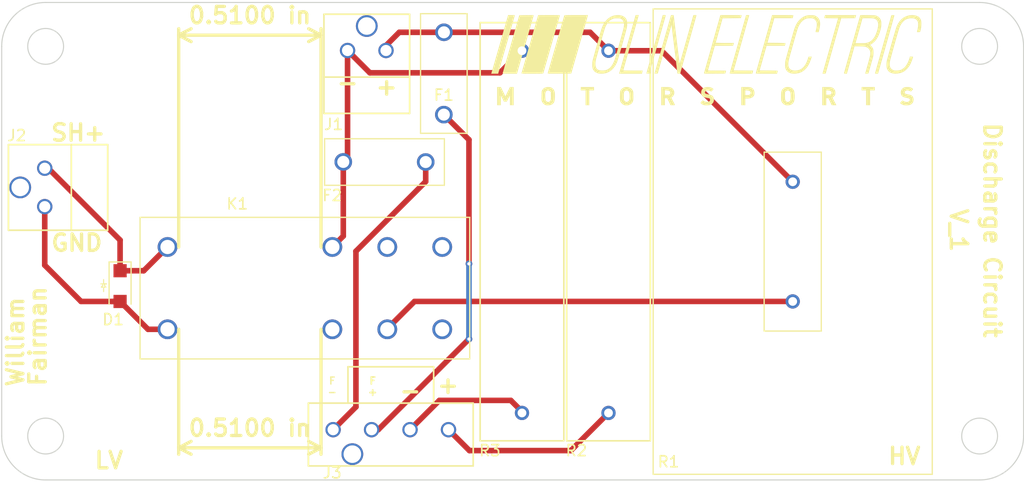
<source format=kicad_pcb>
(kicad_pcb (version 4) (host pcbnew 4.0.7-e2-6376~58~ubuntu16.04.1)

  (general
    (links 15)
    (no_connects 0)
    (area 100.4694 82.1814 195.051101 127.7226)
    (thickness 1.6)
    (drawings 44)
    (tracks 48)
    (zones 0)
    (modules 11)
    (nets 11)
  )

  (page A4)
  (layers
    (0 F.Cu signal)
    (31 B.Cu signal)
    (32 B.Adhes user)
    (33 F.Adhes user)
    (34 B.Paste user)
    (35 F.Paste user)
    (36 B.SilkS user)
    (37 F.SilkS user)
    (38 B.Mask user)
    (39 F.Mask user)
    (40 Dwgs.User user)
    (41 Cmts.User user)
    (42 Eco1.User user)
    (43 Eco2.User user)
    (44 Edge.Cuts user)
    (45 Margin user)
    (46 B.CrtYd user)
    (47 F.CrtYd user)
    (48 B.Fab user)
    (49 F.Fab user)
  )

  (setup
    (last_trace_width 0.508)
    (user_trace_width 1.016)
    (trace_clearance 0.1016)
    (zone_clearance 0.508)
    (zone_45_only no)
    (trace_min 0.2)
    (segment_width 0.2)
    (edge_width 0.15)
    (via_size 0.6096)
    (via_drill 0.3048)
    (via_min_size 0.6096)
    (via_min_drill 0.3048)
    (uvia_size 0.3)
    (uvia_drill 0.1)
    (uvias_allowed no)
    (uvia_min_size 0)
    (uvia_min_drill 0)
    (pcb_text_width 0.3)
    (pcb_text_size 1.5 1.5)
    (mod_edge_width 0.15)
    (mod_text_size 1 1)
    (mod_text_width 0.15)
    (pad_size 1.524 1.524)
    (pad_drill 0.762)
    (pad_to_mask_clearance 0.2)
    (aux_axis_origin 0 0)
    (grid_origin 143.891 114.681)
    (visible_elements FFFFFF7F)
    (pcbplotparams
      (layerselection 0x010f0_80000001)
      (usegerberextensions false)
      (excludeedgelayer true)
      (linewidth 0.100000)
      (plotframeref false)
      (viasonmask false)
      (mode 1)
      (useauxorigin false)
      (hpglpennumber 1)
      (hpglpenspeed 20)
      (hpglpendiameter 15)
      (hpglpenoverlay 2)
      (psnegative false)
      (psa4output false)
      (plotreference true)
      (plotvalue true)
      (plotinvisibletext false)
      (padsonsilk false)
      (subtractmaskfromsilk false)
      (outputformat 1)
      (mirror false)
      (drillshape 0)
      (scaleselection 1)
      (outputdirectory /home/william/Desktop/Formula/MK_III-Boards/boards/discharge_circuit/Gerber/))
  )

  (net 0 "")
  (net 1 /Shutdown)
  (net 2 GND)
  (net 3 /TS+Fused)
  (net 4 /TS+Unfused)
  (net 5 /TS-Fused)
  (net 6 /TS-Unfused)
  (net 7 "Net-(J3-Pad3)")
  (net 8 "Net-(J3-Pad4)")
  (net 9 "Net-(K1-Pad6)")
  (net 10 "Net-(K1-Pad4)")

  (net_class Default "This is the default net class."
    (clearance 0.1016)
    (trace_width 0.508)
    (via_dia 0.6096)
    (via_drill 0.3048)
    (uvia_dia 0.3)
    (uvia_drill 0.1)
    (add_net /Shutdown)
    (add_net /TS+Fused)
    (add_net /TS+Unfused)
    (add_net /TS-Fused)
    (add_net /TS-Unfused)
    (add_net GND)
    (add_net "Net-(J3-Pad3)")
    (add_net "Net-(J3-Pad4)")
    (add_net "Net-(K1-Pad4)")
    (add_net "Net-(K1-Pad6)")
  )

  (module footprints:Relay_SPDT_OMRON-G2RL-1-E (layer F.Cu) (tedit 59F2939B) (tstamp 5A013186)
    (at 117.094 113.03)
    (descr "Relay SPDT Omron Serie G6E")
    (tags "Relay SPDT Omron Serie G6E 1x um")
    (path /59FF2740)
    (fp_text reference K1 (at 6.35 -11.43) (layer F.SilkS)
      (effects (font (size 1 1) (thickness 0.15)))
    )
    (fp_text value G2RL-1-E (at 11.43 3.81) (layer F.Fab) hide
      (effects (font (size 1 1) (thickness 0.15)))
    )
    (fp_line (start 23 -11.43) (end 25 -11.43) (layer F.Fab) (width 0.15))
    (fp_line (start 25 -8.89) (end 25 -11.43) (layer F.Fab) (width 0.15))
    (fp_line (start 15 -11.43) (end 18.8 -11.43) (layer F.Fab) (width 0.15))
    (fp_line (start 15 -8.89) (end 15 -11.43) (layer F.Fab) (width 0.15))
    (fp_line (start 20 -8.8) (end 19 -12) (layer F.Fab) (width 0.15))
    (fp_line (start 0 -3.25) (end 0 -1.15) (layer F.Fab) (width 0.15))
    (fp_line (start 0 -6.35) (end 0 -4.25) (layer F.Fab) (width 0.15))
    (fp_line (start 1 -4.25) (end 1 -3.25) (layer F.Fab) (width 0.15))
    (fp_line (start -1 -3.25) (end 1 -3.25) (layer F.Fab) (width 0.15))
    (fp_line (start -1 -4.25) (end -1 -3.25) (layer F.Fab) (width 0.15))
    (fp_line (start -1 -4.25) (end 1 -4.25) (layer F.Fab) (width 0.15))
    (fp_line (start 15 -6.35) (end 15 -1.15) (layer F.Fab) (width 0.15))
    (fp_line (start 20 -6.35) (end 20 -1.15) (layer F.Fab) (width 0.15))
    (fp_line (start 25 -6.35) (end 25 -1.15) (layer F.Fab) (width 0.15))
    (fp_line (start -2.5 -10.2) (end 27.5 -10.2) (layer F.SilkS) (width 0.12))
    (fp_line (start 27.5 -10.2) (end 27.5 2.7) (layer F.SilkS) (width 0.12))
    (fp_line (start -2.5 2.7) (end 27.5 2.7) (layer F.SilkS) (width 0.12))
    (fp_line (start -2.5 -10.2) (end -2.5 2.7) (layer F.SilkS) (width 0.12))
    (fp_line (start -2.3 2.5) (end 27.3 2.5) (layer F.Fab) (width 0.12))
    (fp_line (start 27.3 2.5) (end 27.3 -10) (layer F.Fab) (width 0.12))
    (fp_line (start -2.3 -10) (end 27.3 -10) (layer F.Fab) (width 0.12))
    (fp_line (start -2.3 -10) (end -2.3 2.5) (layer F.Fab) (width 0.12))
    (fp_line (start -2.7 -10.4) (end 27.7 -10.4) (layer F.CrtYd) (width 0.05))
    (fp_line (start -2.7 -10.4) (end -2.7 2.9) (layer F.CrtYd) (width 0.05))
    (fp_line (start 27.7 -10.4) (end 27.7 2.9) (layer F.CrtYd) (width 0.05))
    (fp_line (start -2.7 2.9) (end 27.7 2.9) (layer F.CrtYd) (width 0.05))
    (pad 3 thru_hole circle (at 20 -7.5) (size 1.8 1.8) (drill 1.3) (layers *.Cu *.Mask))
    (pad 6 thru_hole circle (at 20 0) (size 1.8 1.8) (drill 1.3) (layers *.Cu *.Mask)
      (net 9 "Net-(K1-Pad6)"))
    (pad 7 thru_hole circle (at 15 0) (size 1.8 1.8) (drill 1.3) (layers *.Cu *.Mask))
    (pad 8 thru_hole circle (at 0 0) (size 1.8 1.8) (drill 1.3) (layers *.Cu *.Mask)
      (net 2 GND))
    (pad 1 thru_hole circle (at 0 -7.5) (size 1.8 1.8) (drill 1.3) (layers *.Cu *.Mask)
      (net 1 /Shutdown))
    (pad 2 thru_hole circle (at 15 -7.5) (size 1.8 1.8) (drill 1.3) (layers *.Cu *.Mask)
      (net 6 /TS-Unfused))
    (pad 5 thru_hole circle (at 25 0) (size 1.8 1.8) (drill 1.3) (layers *.Cu *.Mask))
    (pad 4 thru_hole circle (at 25 -7.5) (size 1.8 1.8) (drill 1.3) (layers *.Cu *.Mask)
      (net 10 "Net-(K1-Pad4)"))
    (model ${KISYS3DMOD}/Relays_THT.3dshapes/Relay_SPDT_OMRON-G6E.wrl
      (at (xyz 0 0 0))
      (scale (xyz 1 1 1))
      (rotate (xyz 0 0 0))
    )
  )

  (module footprints:R_3k_HS_TO247 (layer F.Cu) (tedit 5A14E958) (tstamp 5A0131A4)
    (at 173.99 110.49 90)
    (descr "Resistor, Radial_Power series, Radial, pin pitch=5.00mm, 2W, length*width=11*7mm^2, http://www.vishay.com/docs/30218/cpcx.pdf")
    (tags "Resistor Radial_Power series Radial pin pitch 5.00mm 2W length 11mm width 7mm")
    (path /59FF494B)
    (fp_text reference R1 (at -14.605 -11.303 180) (layer F.SilkS)
      (effects (font (size 1 1) (thickness 0.15)))
    )
    (fp_text value R_3k_HS (at 5.08 5.08 90) (layer F.Fab) hide
      (effects (font (size 1 1) (thickness 0.15)))
    )
    (fp_line (start -2.55 2.4) (end -2.55 -2.4) (layer F.Fab) (width 0.1))
    (fp_line (start -2.55 2.4) (end 13.45 2.4) (layer F.Fab) (width 0.1))
    (fp_line (start 13.45 2.4) (end 13.45 -2.4) (layer F.Fab) (width 0.1))
    (fp_line (start -2.55 -2.4) (end 13.45 -2.4) (layer F.Fab) (width 0.1))
    (fp_line (start -2.7 -2.6) (end 13.6 -2.6) (layer F.SilkS) (width 0.12))
    (fp_line (start -15.75 -12.7) (end 26.65 -12.7) (layer F.SilkS) (width 0.12))
    (fp_line (start -2.7 -2.6) (end -2.7 2.6) (layer F.SilkS) (width 0.12))
    (fp_line (start 13.6 -2.6) (end 13.6 2.6) (layer F.SilkS) (width 0.12))
    (fp_line (start -2.8 -2.7) (end -2.8 2.7) (layer F.CrtYd) (width 0.05))
    (fp_line (start 13.7 2.7) (end -2.8 2.7) (layer F.CrtYd) (width 0.05))
    (fp_line (start 13.7 2.7) (end 13.7 -2.7) (layer F.CrtYd) (width 0.05))
    (fp_line (start -2.8 -2.7) (end 13.7 -2.7) (layer F.CrtYd) (width 0.05))
    (fp_line (start -15.55 12.5) (end 26.45 12.5) (layer F.Fab) (width 0.1))
    (fp_line (start -15.55 -12.5) (end 26.45 -12.5) (layer F.Fab) (width 0.1))
    (fp_line (start -15.55 12.5) (end -15.55 -12.5) (layer F.Fab) (width 0.1))
    (fp_line (start 26.45 12.5) (end 26.45 -12.5) (layer F.Fab) (width 0.1))
    (fp_line (start -2.7 2.6) (end 13.6 2.6) (layer F.SilkS) (width 0.12))
    (fp_line (start -15.75 12.7) (end 26.65 12.7) (layer F.SilkS) (width 0.12))
    (fp_line (start 26.65 12.7) (end 26.65 -12.7) (layer F.SilkS) (width 0.12))
    (fp_line (start -15.75 12.7) (end -15.75 -12.7) (layer F.SilkS) (width 0.12))
    (fp_line (start -15.85 12.8) (end 26.75 12.8) (layer F.CrtYd) (width 0.05))
    (fp_line (start -15.85 -12.8) (end 26.75 -12.8) (layer F.CrtYd) (width 0.05))
    (fp_line (start -15.85 -12.8) (end -15.85 12.8) (layer F.CrtYd) (width 0.05))
    (fp_line (start 26.75 12.8) (end 26.75 -12.8) (layer F.CrtYd) (width 0.05))
    (pad 1 thru_hole circle (at 0 0 90) (size 1.3 1.3) (drill 0.8) (layers *.Cu *.Mask)
      (net 9 "Net-(K1-Pad6)"))
    (pad 2 thru_hole circle (at 10.9 0 90) (size 1.3 1.3) (drill 0.8) (layers *.Cu *.Mask)
      (net 4 /TS+Unfused))
    (model ${KISYS3DMOD}/Resistors_THT.3dshapes/R_Radial_Power_L11.0mm_W7.0mm_P5.00mm.wrl
      (at (xyz 0 0 0))
      (scale (xyz 0.393701 0.393701 0.393701))
      (rotate (xyz 0 0 0))
    )
  )

  (module footprints:D_SOD-123W_OEM (layer F.Cu) (tedit 5A14E984) (tstamp 5A013101)
    (at 112.776 109.093 270)
    (descr D_SOD-123F)
    (tags D_SOD-123F)
    (path /59FF3637)
    (attr smd)
    (fp_text reference D1 (at 3.048 0.635 360) (layer F.SilkS)
      (effects (font (size 1 1) (thickness 0.15)))
    )
    (fp_text value D_Schottky_SOD123 (at -0.25 2.1 270) (layer F.Fab) hide
      (effects (font (size 1 1) (thickness 0.25)))
    )
    (fp_line (start 0.1 1.5) (end 0.5 1.5) (layer F.SilkS) (width 0.1))
    (fp_line (start -0.2 1.5) (end 0.1 1.3) (layer F.SilkS) (width 0.1))
    (fp_line (start 0.1 1.3) (end 0.1 1.7) (layer F.SilkS) (width 0.1))
    (fp_line (start 0.1 1.7) (end -0.2 1.5) (layer F.SilkS) (width 0.1))
    (fp_line (start -0.6 1.5) (end -0.2 1.5) (layer F.SilkS) (width 0.1))
    (fp_line (start -0.2 1.5) (end -0.2 1.25) (layer F.SilkS) (width 0.1))
    (fp_line (start -0.2 1.25) (end -0.2 1.75) (layer F.SilkS) (width 0.1))
    (fp_text user %R (at -0.127 -1.905 270) (layer F.Fab) hide
      (effects (font (size 1 1) (thickness 0.15)))
    )
    (fp_line (start -2.2 -1) (end -2.2 1) (layer F.SilkS) (width 0.12))
    (fp_line (start 0.25 0) (end 0.75 0) (layer F.Fab) (width 0.1))
    (fp_line (start 0.25 0.4) (end -0.35 0) (layer F.Fab) (width 0.1))
    (fp_line (start 0.25 -0.4) (end 0.25 0.4) (layer F.Fab) (width 0.1))
    (fp_line (start -0.35 0) (end 0.25 -0.4) (layer F.Fab) (width 0.1))
    (fp_line (start -0.35 0) (end -0.35 0.55) (layer F.Fab) (width 0.1))
    (fp_line (start -0.35 0) (end -0.35 -0.55) (layer F.Fab) (width 0.1))
    (fp_line (start -0.75 0) (end -0.35 0) (layer F.Fab) (width 0.1))
    (fp_line (start -1.4 0.9) (end -1.4 -0.9) (layer F.Fab) (width 0.1))
    (fp_line (start 1.4 0.9) (end -1.4 0.9) (layer F.Fab) (width 0.1))
    (fp_line (start 1.4 -0.9) (end 1.4 0.9) (layer F.Fab) (width 0.1))
    (fp_line (start -1.4 -0.9) (end 1.4 -0.9) (layer F.Fab) (width 0.1))
    (fp_line (start -2.3 -1.15) (end 2.2 -1.15) (layer F.CrtYd) (width 0.05))
    (fp_line (start 2.2 -1.15) (end 2.2 1.15) (layer F.CrtYd) (width 0.05))
    (fp_line (start 2.2 1.15) (end -2.3 1.15) (layer F.CrtYd) (width 0.05))
    (fp_line (start -2.3 -1.15) (end -2.3 1.15) (layer F.CrtYd) (width 0.05))
    (fp_line (start -2.2 1) (end 1.65 1) (layer F.SilkS) (width 0.12))
    (fp_line (start -2.2 -1) (end 1.65 -1) (layer F.SilkS) (width 0.12))
    (pad 1 smd rect (at -1.4 0 270) (size 1.2 1.2) (layers F.Cu F.Paste F.Mask)
      (net 1 /Shutdown))
    (pad 2 smd rect (at 1.4 0 270) (size 1.2 1.2) (layers F.Cu F.Paste F.Mask)
      (net 2 GND))
    (model ${KISYS3DMOD}/Diodes_SMD.3dshapes/D_SOD-123F.wrl
      (at (xyz 0 0 0))
      (scale (xyz 1 1 1))
      (rotate (xyz 0 0 0))
    )
  )

  (module footprints:Fuse_TE7_Littelfuse-807Series (layer F.Cu) (tedit 5A14E6C0) (tstamp 5A013113)
    (at 142.24 93.472 90)
    (descr "Fuse, TE5, Littlefuse/Wickmann, No. 460, No560,")
    (tags "Fuse TE5 Littlefuse/Wickmann No. 460 No560 ")
    (path /59FF2AA8)
    (fp_text reference F1 (at 1.778 0 180) (layer F.SilkS)
      (effects (font (size 1 1) (thickness 0.15)))
    )
    (fp_text value F_3.15A_450V (at 2.35 3.1 90) (layer F.Fab) hide
      (effects (font (size 1 1) (thickness 0.15)))
    )
    (fp_line (start -1.5 2) (end 9 2) (layer F.Fab) (width 0.1))
    (fp_line (start 9 2) (end 9 -2) (layer F.Fab) (width 0.1))
    (fp_line (start 9 -2) (end -1.5 -2) (layer F.Fab) (width 0.1))
    (fp_line (start -1.5 -2) (end -1.5 2) (layer F.Fab) (width 0.1))
    (fp_line (start -1.8 -2.25) (end 9.3 -2.25) (layer F.CrtYd) (width 0.05))
    (fp_line (start -1.8 -2.25) (end -1.8 2.25) (layer F.CrtYd) (width 0.05))
    (fp_line (start 9.3 2.25) (end 9.3 -2.25) (layer F.CrtYd) (width 0.05))
    (fp_line (start 9.3 2.25) (end -1.8 2.25) (layer F.CrtYd) (width 0.05))
    (fp_line (start -1.7 -2.12) (end 9.2 -2.12) (layer F.SilkS) (width 0.12))
    (fp_line (start -1.7 -2.12) (end -1.7 2.12) (layer F.SilkS) (width 0.12))
    (fp_line (start 9.2 2.12) (end 9.2 -2.12) (layer F.SilkS) (width 0.12))
    (fp_line (start 9.2 2.12) (end -1.7 2.12) (layer F.SilkS) (width 0.12))
    (pad 1 thru_hole circle (at 0 0 90) (size 1.6 1.6) (drill 1.1) (layers *.Cu *.Mask)
      (net 3 /TS+Fused))
    (pad 2 thru_hole circle (at 7.5 0.01 90) (size 1.6 1.6) (drill 1.1) (layers *.Cu *.Mask)
      (net 4 /TS+Unfused))
  )

  (module footprints:Fuse_TE7_Littelfuse-807Series (layer F.Cu) (tedit 5A14EABA) (tstamp 5A013125)
    (at 140.589 97.79 180)
    (descr "Fuse, TE5, Littlefuse/Wickmann, No. 460, No560,")
    (tags "Fuse TE5 Littlefuse/Wickmann No. 460 No560 ")
    (path /59FF2BEF)
    (fp_text reference F2 (at 8.509 -3.048 360) (layer F.SilkS)
      (effects (font (size 1 1) (thickness 0.15)))
    )
    (fp_text value F_3.15A_450V (at 2.35 3.1 180) (layer F.Fab) hide
      (effects (font (size 1 1) (thickness 0.15)))
    )
    (fp_line (start -1.5 2) (end 9 2) (layer F.Fab) (width 0.1))
    (fp_line (start 9 2) (end 9 -2) (layer F.Fab) (width 0.1))
    (fp_line (start 9 -2) (end -1.5 -2) (layer F.Fab) (width 0.1))
    (fp_line (start -1.5 -2) (end -1.5 2) (layer F.Fab) (width 0.1))
    (fp_line (start -1.8 -2.25) (end 9.3 -2.25) (layer F.CrtYd) (width 0.05))
    (fp_line (start -1.8 -2.25) (end -1.8 2.25) (layer F.CrtYd) (width 0.05))
    (fp_line (start 9.3 2.25) (end 9.3 -2.25) (layer F.CrtYd) (width 0.05))
    (fp_line (start 9.3 2.25) (end -1.8 2.25) (layer F.CrtYd) (width 0.05))
    (fp_line (start -1.7 -2.12) (end 9.2 -2.12) (layer F.SilkS) (width 0.12))
    (fp_line (start -1.7 -2.12) (end -1.7 2.12) (layer F.SilkS) (width 0.12))
    (fp_line (start 9.2 2.12) (end 9.2 -2.12) (layer F.SilkS) (width 0.12))
    (fp_line (start 9.2 2.12) (end -1.7 2.12) (layer F.SilkS) (width 0.12))
    (pad 1 thru_hole circle (at 0 0 180) (size 1.6 1.6) (drill 1.1) (layers *.Cu *.Mask)
      (net 5 /TS-Fused))
    (pad 2 thru_hole circle (at 7.5 0.01 180) (size 1.6 1.6) (drill 1.1) (layers *.Cu *.Mask)
      (net 6 /TS-Unfused))
  )

  (module footprints:Ultrafit_2 (layer F.Cu) (tedit 5A14EAC9) (tstamp 5A013138)
    (at 133.477 87.63 90)
    (path /59FF2D03)
    (fp_text reference J1 (at -6.731 -1.27 180) (layer F.SilkS)
      (effects (font (size 1 1) (thickness 0.15)))
    )
    (fp_text value "Unfused TS" (at 4.572 0.508 180) (layer F.Fab) hide
      (effects (font (size 1 1) (thickness 0.15)))
    )
    (fp_line (start -5.588 -2.032) (end -2.54 -2.032) (layer F.Fab) (width 0.15))
    (fp_line (start -2.54 -2.032) (end -2.54 5.588) (layer F.Fab) (width 0.15))
    (fp_line (start -2.54 5.588) (end -5.588 5.588) (layer F.Fab) (width 0.15))
    (fp_line (start -5.588 5.588) (end -5.588 -2.032) (layer F.Fab) (width 0.15))
    (fp_text user "6.55mm Clearance" (at -4.07 1.75 180) (layer F.Fab)
      (effects (font (size 0.5 0.5) (thickness 0.08)))
    )
    (fp_line (start -2.42 -2.15) (end -5.73 -2.15) (layer F.SilkS) (width 0.15))
    (fp_line (start -5.73 -2.15) (end -5.73 5.65) (layer F.SilkS) (width 0.15))
    (fp_line (start -5.73 5.65) (end -2.42 5.65) (layer F.SilkS) (width 0.15))
    (fp_line (start -2.42 5.65) (end 3.302 5.65) (layer F.SilkS) (width 0.15))
    (fp_line (start -2.42 -2.15) (end 3.302 -2.15) (layer F.SilkS) (width 0.15))
    (fp_line (start -2.42 5.65) (end -2.42 -2.15) (layer F.SilkS) (width 0.15))
    (fp_line (start 3.302 5.65) (end 3.302 -2.15) (layer F.SilkS) (width 0.15))
    (pad 2 thru_hole circle (at 0 0 90) (size 1.397 1.397) (drill 1.02) (layers *.Cu *.Mask)
      (net 6 /TS-Unfused))
    (pad 1 thru_hole circle (at 0 3.5 90) (size 1.397 1.397) (drill 1.02) (layers *.Cu *.Mask)
      (net 4 /TS+Unfused))
    (pad "" thru_hole circle (at 2.23 1.75 90) (size 1.981 1.981) (drill 1.6) (layers *.Cu *.Mask))
  )

  (module footprints:Ultrafit_2 (layer F.Cu) (tedit 5A085A73) (tstamp 5A01314B)
    (at 105.918 101.854 180)
    (path /59FF2F03)
    (fp_text reference J2 (at 2.54 6.477 180) (layer F.SilkS)
      (effects (font (size 1 1) (thickness 0.15)))
    )
    (fp_text value "Shutdown Circuit" (at 4.572 0.508 270) (layer F.Fab) hide
      (effects (font (size 1 1) (thickness 0.15)))
    )
    (fp_line (start -5.588 -2.032) (end -2.54 -2.032) (layer F.Fab) (width 0.15))
    (fp_line (start -2.54 -2.032) (end -2.54 5.588) (layer F.Fab) (width 0.15))
    (fp_line (start -2.54 5.588) (end -5.588 5.588) (layer F.Fab) (width 0.15))
    (fp_line (start -5.588 5.588) (end -5.588 -2.032) (layer F.Fab) (width 0.15))
    (fp_text user "6.55mm Clearance" (at -4.07 1.75 270) (layer F.Fab)
      (effects (font (size 0.5 0.5) (thickness 0.08)))
    )
    (fp_line (start -2.42 -2.15) (end -5.73 -2.15) (layer F.SilkS) (width 0.15))
    (fp_line (start -5.73 -2.15) (end -5.73 5.65) (layer F.SilkS) (width 0.15))
    (fp_line (start -5.73 5.65) (end -2.42 5.65) (layer F.SilkS) (width 0.15))
    (fp_line (start -2.42 5.65) (end 3.302 5.65) (layer F.SilkS) (width 0.15))
    (fp_line (start -2.42 -2.15) (end 3.302 -2.15) (layer F.SilkS) (width 0.15))
    (fp_line (start -2.42 5.65) (end -2.42 -2.15) (layer F.SilkS) (width 0.15))
    (fp_line (start 3.302 5.65) (end 3.302 -2.15) (layer F.SilkS) (width 0.15))
    (pad 2 thru_hole circle (at 0 0 180) (size 1.397 1.397) (drill 1.02) (layers *.Cu *.Mask)
      (net 2 GND))
    (pad 1 thru_hole circle (at 0 3.5 180) (size 1.397 1.397) (drill 1.02) (layers *.Cu *.Mask)
      (net 1 /Shutdown))
    (pad "" thru_hole circle (at 2.23 1.75 180) (size 1.981 1.981) (drill 1.6) (layers *.Cu *.Mask))
  )

  (module footprints:Ultrafit_4 (layer F.Cu) (tedit 5A1978F3) (tstamp 5A013160)
    (at 137.414 122.174 270)
    (path /59FF677E)
    (fp_text reference J3 (at 3.937 5.334 360) (layer F.SilkS)
      (effects (font (size 1 1) (thickness 0.15)))
    )
    (fp_text value TSMP/TSAL (at 4.572 0.508 360) (layer F.Fab) hide
      (effects (font (size 1 1) (thickness 0.15)))
    )
    (fp_line (start -5.588 -3.81) (end -2.54 -3.81) (layer F.Fab) (width 0.15))
    (fp_line (start -2.54 -3.81) (end -2.54 3.81) (layer F.Fab) (width 0.15))
    (fp_line (start -2.54 3.81) (end -5.588 3.81) (layer F.Fab) (width 0.15))
    (fp_line (start -5.588 3.81) (end -5.588 -3.81) (layer F.Fab) (width 0.15))
    (fp_text user "6.55mm Clearance" (at -4.07 0 360) (layer F.Fab)
      (effects (font (size 0.5 0.5) (thickness 0.08)))
    )
    (fp_line (start -2.42 -3.9) (end -5.73 -3.9) (layer F.SilkS) (width 0.15))
    (fp_line (start -5.73 -3.9) (end -5.73 3.9) (layer F.SilkS) (width 0.15))
    (fp_line (start -5.73 3.9) (end -2.42 3.9) (layer F.SilkS) (width 0.15))
    (fp_line (start -2.42 7.5) (end 3.302 7.5) (layer F.SilkS) (width 0.15))
    (fp_line (start -2.42 -7.5) (end 3.302 -7.5) (layer F.SilkS) (width 0.15))
    (fp_line (start -2.42 7.5) (end -2.42 -7.5) (layer F.SilkS) (width 0.15))
    (fp_line (start 3.302 7.5) (end 3.302 -7.5) (layer F.SilkS) (width 0.15))
    (pad 2 thru_hole circle (at 0 1.75 270) (size 1.397 1.397) (drill 1.02) (layers *.Cu *.Mask)
      (net 3 /TS+Fused))
    (pad 1 thru_hole circle (at 0 5.25 270) (size 1.397 1.397) (drill 1.02) (layers *.Cu *.Mask)
      (net 5 /TS-Fused))
    (pad "" thru_hole circle (at 2.23 3.5 270) (size 1.981 1.981) (drill 1.6) (layers *.Cu *.Mask))
    (pad 3 thru_hole circle (at 0 -1.75 90) (size 1.397 1.397) (drill 1.02) (layers *.Cu *.Mask)
      (net 7 "Net-(J3-Pad3)"))
    (pad 4 thru_hole circle (at 0 -5.25 90) (size 1.397 1.397) (drill 1.02) (layers *.Cu *.Mask)
      (net 8 "Net-(J3-Pad4)"))
  )

  (module footprints:R_10K_HV (layer F.Cu) (tedit 5A14E94F) (tstamp 5A0131B2)
    (at 157.226 120.65 90)
    (descr "Resistor, Radial_Power series, Radial, pin pitch=5.00mm, 2W, length*width=11*7mm^2, http://www.vishay.com/docs/30218/cpcx.pdf")
    (tags "Resistor Radial_Power series Radial pin pitch 5.00mm 2W length 11mm width 7mm")
    (path /59FF47B0)
    (fp_text reference R2 (at -3.429 -2.921 180) (layer F.SilkS)
      (effects (font (size 1 1) (thickness 0.15)))
    )
    (fp_text value R_10k_HV (at 5.08 5.08 90) (layer F.Fab) hide
      (effects (font (size 1 1) (thickness 0.15)))
    )
    (fp_line (start -2.54 3.81) (end -2.54 -3.81) (layer F.Fab) (width 0.15))
    (fp_line (start -2.54 -3.81) (end 35.56 -3.81) (layer F.Fab) (width 0.15))
    (fp_line (start 35.56 -3.81) (end 35.56 3.81) (layer F.Fab) (width 0.15))
    (fp_line (start 35.56 3.81) (end -2.54 3.81) (layer F.Fab) (width 0.15))
    (fp_line (start 35.56 3.81) (end -2.54 3.81) (layer F.SilkS) (width 0.15))
    (fp_line (start -2.54 -3.81) (end 35.56 -3.81) (layer F.SilkS) (width 0.15))
    (fp_line (start -2.54 -3.81) (end -2.54 3.69) (layer F.SilkS) (width 0.15))
    (fp_line (start 35.56 -3.81) (end 35.56 3.69) (layer F.SilkS) (width 0.15))
    (pad 1 thru_hole circle (at 0 0 90) (size 1.3 1.3) (drill 0.8) (layers *.Cu *.Mask)
      (net 8 "Net-(J3-Pad4)"))
    (pad 2 thru_hole circle (at 33 0 90) (size 1.3 1.3) (drill 0.8) (layers *.Cu *.Mask)
      (net 4 /TS+Unfused))
    (model ${KISYS3DMOD}/Resistors_THT.3dshapes/R_Radial_Power_L11.0mm_W7.0mm_P5.00mm.wrl
      (at (xyz 0 0 0))
      (scale (xyz 0.393701 0.393701 0.393701))
      (rotate (xyz 0 0 0))
    )
  )

  (module footprints:R_10K_HV (layer F.Cu) (tedit 5A14E94B) (tstamp 5A0131C0)
    (at 149.352 120.65 90)
    (descr "Resistor, Radial_Power series, Radial, pin pitch=5.00mm, 2W, length*width=11*7mm^2, http://www.vishay.com/docs/30218/cpcx.pdf")
    (tags "Resistor Radial_Power series Radial pin pitch 5.00mm 2W length 11mm width 7mm")
    (path /59FF48D5)
    (fp_text reference R3 (at -3.429 -2.921 180) (layer F.SilkS)
      (effects (font (size 1 1) (thickness 0.15)))
    )
    (fp_text value R_10k_HV (at 5.08 5.08 90) (layer F.Fab) hide
      (effects (font (size 1 1) (thickness 0.15)))
    )
    (fp_line (start -2.54 3.81) (end -2.54 -3.81) (layer F.Fab) (width 0.15))
    (fp_line (start -2.54 -3.81) (end 35.56 -3.81) (layer F.Fab) (width 0.15))
    (fp_line (start 35.56 -3.81) (end 35.56 3.81) (layer F.Fab) (width 0.15))
    (fp_line (start 35.56 3.81) (end -2.54 3.81) (layer F.Fab) (width 0.15))
    (fp_line (start 35.56 3.81) (end -2.54 3.81) (layer F.SilkS) (width 0.15))
    (fp_line (start -2.54 -3.81) (end 35.56 -3.81) (layer F.SilkS) (width 0.15))
    (fp_line (start -2.54 -3.81) (end -2.54 3.69) (layer F.SilkS) (width 0.15))
    (fp_line (start 35.56 -3.81) (end 35.56 3.69) (layer F.SilkS) (width 0.15))
    (pad 1 thru_hole circle (at 0 0 90) (size 1.3 1.3) (drill 0.8) (layers *.Cu *.Mask)
      (net 7 "Net-(J3-Pad3)"))
    (pad 2 thru_hole circle (at 33 0 90) (size 1.3 1.3) (drill 0.8) (layers *.Cu *.Mask)
      (net 6 /TS-Unfused))
    (model ${KISYS3DMOD}/Resistors_THT.3dshapes/R_Radial_Power_L11.0mm_W7.0mm_P5.00mm.wrl
      (at (xyz 0 0 0))
      (scale (xyz 0.393701 0.393701 0.393701))
      (rotate (xyz 0 0 0))
    )
  )

  (module footprints:Logo_Large (layer F.Cu) (tedit 0) (tstamp 5A0A53AA)
    (at 166.116 88.519)
    (fp_text reference G*** (at 0 0) (layer F.SilkS) hide
      (effects (font (thickness 0.3)))
    )
    (fp_text value LOGO (at 0.75 0) (layer F.SilkS) hide
      (effects (font (thickness 0.3)))
    )
    (fp_poly (pts (xy -14.269056 2.445555) (xy -14.130943 2.477693) (xy -14.012867 2.544457) (xy -13.923681 2.626981)
      (xy -13.862089 2.706125) (xy -13.817602 2.795727) (xy -13.788451 2.90426) (xy -13.772863 3.040195)
      (xy -13.769069 3.212004) (xy -13.772246 3.351486) (xy -13.784625 3.547255) (xy -13.808786 3.700772)
      (xy -13.848274 3.819915) (xy -13.906633 3.912561) (xy -13.98741 3.986587) (xy -14.0843 4.044877)
      (xy -14.181424 4.078725) (xy -14.305424 4.100438) (xy -14.434865 4.108093) (xy -14.548313 4.099766)
      (xy -14.588906 4.090143) (xy -14.731498 4.018998) (xy -14.85126 3.908694) (xy -14.924399 3.795694)
      (xy -14.948516 3.744477) (xy -14.965706 3.698571) (xy -14.976933 3.6485) (xy -14.983164 3.584784)
      (xy -14.985362 3.497948) (xy -14.984493 3.378514) (xy -14.981818 3.231871) (xy -14.981684 3.225681)
      (xy -14.655022 3.225681) (xy -14.651176 3.353568) (xy -14.642237 3.476673) (xy -14.629013 3.581797)
      (xy -14.612314 3.65574) (xy -14.603252 3.676361) (xy -14.552297 3.729247) (xy -14.478327 3.777255)
      (xy -14.404838 3.806288) (xy -14.381489 3.809421) (xy -14.337138 3.798811) (xy -14.275766 3.772394)
      (xy -14.273969 3.77147) (xy -14.215857 3.734133) (xy -14.17412 3.686102) (xy -14.146563 3.619354)
      (xy -14.130989 3.525867) (xy -14.125202 3.397618) (xy -14.126828 3.233896) (xy -14.1351 2.891305)
      (xy -14.218051 2.817252) (xy -14.315535 2.757293) (xy -14.413551 2.743789) (xy -14.504042 2.773125)
      (xy -14.578951 2.84169) (xy -14.630217 2.945868) (xy -14.644196 3.008354) (xy -14.652965 3.10621)
      (xy -14.655022 3.225681) (xy -14.981684 3.225681) (xy -14.978405 3.074384) (xy -14.974488 2.958726)
      (xy -14.968752 2.875928) (xy -14.959877 2.817027) (xy -14.946548 2.773056) (xy -14.927446 2.735049)
      (xy -14.903234 2.697026) (xy -14.804937 2.578722) (xy -14.68889 2.500271) (xy -14.545096 2.456222)
      (xy -14.438917 2.443881) (xy -14.269056 2.445555)) (layer F.SilkS) (width 0.01))
    (fp_poly (pts (xy -7.070179 2.455073) (xy -6.925513 2.511184) (xy -6.800357 2.602603) (xy -6.718693 2.704149)
      (xy -6.688937 2.754116) (xy -6.667857 2.798752) (xy -6.653699 2.848327) (xy -6.644707 2.913111)
      (xy -6.639128 3.003375) (xy -6.635205 3.129388) (xy -6.633455 3.20298) (xy -6.631752 3.401864)
      (xy -6.638265 3.558514) (xy -6.655021 3.681118) (xy -6.684046 3.777864) (xy -6.727368 3.856939)
      (xy -6.787014 3.92653) (xy -6.820221 3.957376) (xy -6.966312 4.053423) (xy -7.132728 4.10405)
      (xy -7.315544 4.108472) (xy -7.452131 4.083404) (xy -7.554099 4.036109) (xy -7.657253 3.954996)
      (xy -7.747159 3.854585) (xy -7.809385 3.749398) (xy -7.823028 3.710237) (xy -7.835992 3.628022)
      (xy -7.84377 3.501892) (xy -7.846075 3.338496) (xy -7.84586 3.321881) (xy -7.503689 3.321881)
      (xy -7.501571 3.451899) (xy -7.496271 3.542178) (xy -7.486136 3.603753) (xy -7.469515 3.647663)
      (xy -7.45044 3.677481) (xy -7.363712 3.76151) (xy -7.267602 3.798709) (xy -7.169392 3.788463)
      (xy -7.076363 3.730156) (xy -7.05723 3.710724) (xy -7.019613 3.660707) (xy -6.995397 3.601067)
      (xy -6.979531 3.516066) (xy -6.97172 3.444224) (xy -6.964006 3.278269) (xy -6.97059 3.117084)
      (xy -6.990229 2.976585) (xy -7.015173 2.888052) (xy -7.067235 2.816293) (xy -7.149773 2.763852)
      (xy -7.24291 2.743296) (xy -7.244089 2.743294) (xy -7.305039 2.756452) (xy -7.376171 2.788451)
      (xy -7.383672 2.792883) (xy -7.429275 2.828395) (xy -7.462239 2.876142) (xy -7.484353 2.94401)
      (xy -7.497405 3.039884) (xy -7.503185 3.171649) (xy -7.503689 3.321881) (xy -7.84586 3.321881)
      (xy -7.844445 3.212859) (xy -7.840808 3.064704) (xy -7.836408 2.95729) (xy -7.829561 2.880564)
      (xy -7.818587 2.824475) (xy -7.801801 2.778973) (xy -7.777523 2.734004) (xy -7.759308 2.704145)
      (xy -7.657173 2.583714) (xy -7.527853 2.498591) (xy -7.380688 2.448777) (xy -7.225017 2.434271)
      (xy -7.070179 2.455073)) (layer F.SilkS) (width 0.01))
    (fp_poly (pts (xy 0.302534 2.451836) (xy 0.448327 2.48775) (xy 0.565703 2.543216) (xy 0.63306 2.601024)
      (xy 0.649824 2.629804) (xy 0.64345 2.660198) (xy 0.608433 2.704376) (xy 0.567068 2.746883)
      (xy 0.464917 2.849035) (xy 0.366185 2.796117) (xy 0.253234 2.754167) (xy 0.134838 2.740743)
      (xy 0.026401 2.75551) (xy -0.056674 2.798129) (xy -0.064655 2.805545) (xy -0.116503 2.876302)
      (xy -0.122168 2.945579) (xy -0.102306 2.995881) (xy -0.080218 3.027172) (xy -0.04613 3.051065)
      (xy 0.009853 3.071265) (xy 0.097627 3.091475) (xy 0.207983 3.112026) (xy 0.377602 3.150885)
      (xy 0.503776 3.202254) (xy 0.593339 3.271382) (xy 0.653126 3.363518) (xy 0.689562 3.48192)
      (xy 0.700672 3.646603) (xy 0.664939 3.794467) (xy 0.58449 3.921026) (xy 0.461453 4.021794)
      (xy 0.42348 4.042844) (xy 0.321801 4.077626) (xy 0.188779 4.099642) (xy 0.042512 4.107799)
      (xy -0.098903 4.101003) (xy -0.207758 4.081002) (xy -0.294592 4.047884) (xy -0.380469 4.001306)
      (xy -0.452662 3.949901) (xy -0.498439 3.902303) (xy -0.508 3.877362) (xy -0.491001 3.84314)
      (xy -0.447304 3.788979) (xy -0.408279 3.748333) (xy -0.308557 3.650958) (xy -0.242884 3.702616)
      (xy -0.132092 3.76291) (xy -0.000262 3.794301) (xy 0.135191 3.795476) (xy 0.256854 3.765121)
      (xy 0.29845 3.743421) (xy 0.34099 3.689867) (xy 0.356403 3.613996) (xy 0.343198 3.537345)
      (xy 0.315685 3.494314) (xy 0.282447 3.462818) (xy 0.271235 3.454365) (xy 0.210174 3.447665)
      (xy 0.117504 3.430666) (xy 0.009271 3.407098) (xy -0.098479 3.380694) (xy -0.1897 3.355186)
      (xy -0.248346 3.334307) (xy -0.251448 3.332797) (xy -0.346954 3.257755) (xy -0.413082 3.151546)
      (xy -0.44858 3.025309) (xy -0.452197 2.890181) (xy -0.422679 2.757299) (xy -0.358776 2.637801)
      (xy -0.333094 2.606647) (xy -0.233547 2.522172) (xy -0.112366 2.468676) (xy 0.039833 2.442834)
      (xy 0.1397 2.439205) (xy 0.302534 2.451836)) (layer F.SilkS) (width 0.01))
    (fp_poly (pts (xy 7.614668 2.459018) (xy 7.767524 2.517651) (xy 7.888374 2.6156) (xy 7.977526 2.753051)
      (xy 7.988924 2.778852) (xy 8.012499 2.864229) (xy 8.030625 2.986361) (xy 8.042589 3.131422)
      (xy 8.047678 3.285588) (xy 8.04518 3.435034) (xy 8.034382 3.565937) (xy 8.030787 3.591094)
      (xy 7.987786 3.760304) (xy 7.915498 3.892459) (xy 7.809355 3.994886) (xy 7.758368 4.028023)
      (xy 7.633675 4.079049) (xy 7.486375 4.106151) (xy 7.337602 4.107332) (xy 7.20849 4.080594)
      (xy 7.207198 4.080115) (xy 7.054006 3.998286) (xy 6.935336 3.881713) (xy 6.880168 3.79164)
      (xy 6.856957 3.739922) (xy 6.840689 3.688868) (xy 6.830131 3.628126) (xy 6.824053 3.547346)
      (xy 6.821224 3.436176) (xy 6.821003 3.39583) (xy 7.165293 3.39583) (xy 7.1731 3.529837)
      (xy 7.192143 3.627912) (xy 7.224419 3.697231) (xy 7.271925 3.744967) (xy 7.320599 3.771732)
      (xy 7.387138 3.798825) (xy 7.43269 3.805961) (xy 7.482426 3.793269) (xy 7.532829 3.772814)
      (xy 7.596128 3.736039) (xy 7.641585 3.68172) (xy 7.671688 3.602298) (xy 7.688927 3.490216)
      (xy 7.695788 3.337916) (xy 7.6962 3.2766) (xy 7.691984 3.109995) (xy 7.679602 2.985668)
      (xy 7.660783 2.910803) (xy 7.597341 2.813048) (xy 7.511799 2.756848) (xy 7.413677 2.744417)
      (xy 7.312495 2.777966) (xy 7.25845 2.8173) (xy 7.1755 2.8914) (xy 7.166727 3.218718)
      (xy 7.165293 3.39583) (xy 6.821003 3.39583) (xy 6.820418 3.2893) (xy 6.822194 3.108495)
      (xy 6.829458 2.969057) (xy 6.84428 2.861665) (xy 6.868728 2.777001) (xy 6.904872 2.705745)
      (xy 6.95478 2.638579) (xy 6.96842 2.622734) (xy 7.077364 2.526317) (xy 7.206309 2.467091)
      (xy 7.364651 2.441321) (xy 7.4295 2.439515) (xy 7.614668 2.459018)) (layer F.SilkS) (width 0.01))
    (fp_poly (pts (xy 18.497553 2.450792) (xy 18.557872 2.463561) (xy 18.642526 2.497205) (xy 18.723145 2.540408)
      (xy 18.786486 2.584795) (xy 18.819307 2.621994) (xy 18.821226 2.630095) (xy 18.804433 2.661587)
      (xy 18.761201 2.713509) (xy 18.72511 2.750714) (xy 18.62882 2.844738) (xy 18.529239 2.793969)
      (xy 18.413142 2.75183) (xy 18.299581 2.740154) (xy 18.198117 2.756416) (xy 18.118312 2.79809)
      (xy 18.069727 2.862651) (xy 18.0594 2.918052) (xy 18.070857 2.980913) (xy 18.109624 3.029105)
      (xy 18.18229 3.066654) (xy 18.295448 3.097584) (xy 18.379603 3.113627) (xy 18.543829 3.149651)
      (xy 18.665419 3.195998) (xy 18.75223 3.25742) (xy 18.812119 3.338669) (xy 18.834672 3.388864)
      (xy 18.870477 3.544246) (xy 18.862293 3.695973) (xy 18.813364 3.834946) (xy 18.726934 3.952062)
      (xy 18.606245 4.038219) (xy 18.602636 4.039986) (xy 18.490811 4.0774) (xy 18.34973 4.100923)
      (xy 18.199435 4.108932) (xy 18.059966 4.099804) (xy 18.001855 4.088635) (xy 17.898739 4.054691)
      (xy 17.79737 4.008072) (xy 17.715408 3.957731) (xy 17.678942 3.924953) (xy 17.664443 3.897482)
      (xy 17.672889 3.865839) (xy 17.70977 3.81892) (xy 17.754604 3.771895) (xy 17.864424 3.659997)
      (xy 17.931959 3.708086) (xy 18.031767 3.758637) (xy 18.154284 3.792353) (xy 18.274625 3.803557)
      (xy 18.328508 3.798523) (xy 18.414083 3.766901) (xy 18.487005 3.713051) (xy 18.533104 3.649435)
      (xy 18.542 3.610768) (xy 18.527748 3.544067) (xy 18.481194 3.493088) (xy 18.396643 3.454267)
      (xy 18.268396 3.424039) (xy 18.234436 3.418298) (xy 18.060414 3.382307) (xy 17.929823 3.334782)
      (xy 17.835762 3.271072) (xy 17.771329 3.186525) (xy 17.730121 3.078372) (xy 17.71112 2.91789)
      (xy 17.739099 2.768027) (xy 17.811418 2.635991) (xy 17.925434 2.528994) (xy 17.933341 2.523661)
      (xy 17.997442 2.486765) (xy 18.064214 2.463774) (xy 18.1507 2.450353) (xy 18.248656 2.443426)
      (xy 18.383731 2.441769) (xy 18.497553 2.450792)) (layer F.SilkS) (width 0.01))
    (fp_poly (pts (xy -18.481754 2.869475) (xy -18.272532 3.30055) (xy -17.8603 2.4384) (xy -17.526 2.4384)
      (xy -17.526 4.0894) (xy -17.8562 4.0894) (xy -17.859152 3.1877) (xy -18.003206 3.47345)
      (xy -18.147261 3.7592) (xy -18.40334 3.7592) (xy -18.547395 3.47345) (xy -18.691449 3.1877)
      (xy -18.692925 3.63855) (xy -18.6944 4.0894) (xy -19.0246 4.0894) (xy -19.0246 2.4384)
      (xy -18.690977 2.4384) (xy -18.481754 2.869475)) (layer F.SilkS) (width 0.01))
    (fp_poly (pts (xy -10.2108 2.7432) (xy -10.6426 2.7432) (xy -10.6426 4.0894) (xy -10.9728 4.0894)
      (xy -10.9728 2.7432) (xy -11.4046 2.7432) (xy -11.4046 2.4384) (xy -10.2108 2.4384)
      (xy -10.2108 2.7432)) (layer F.SilkS) (width 0.01))
    (fp_poly (pts (xy -3.74015 2.439005) (xy -3.602774 2.44086) (xy -3.475334 2.445503) (xy -3.370703 2.452268)
      (xy -3.301753 2.460492) (xy -3.294347 2.462025) (xy -3.149982 2.519459) (xy -3.035019 2.613374)
      (xy -2.95414 2.73587) (xy -2.912022 2.87905) (xy -2.913347 3.035014) (xy -2.92393 3.087211)
      (xy -2.957591 3.17198) (xy -3.010757 3.255948) (xy -3.072801 3.326252) (xy -3.133097 3.370023)
      (xy -3.164273 3.3782) (xy -3.172089 3.393792) (xy -3.157815 3.442563) (xy -3.120209 3.527508)
      (xy -3.058032 3.65162) (xy -3.023727 3.717215) (xy -2.961388 3.836374) (xy -2.908502 3.939456)
      (xy -2.869207 4.018236) (xy -2.847642 4.064489) (xy -2.8448 4.072815) (xy -2.868174 4.08058)
      (xy -2.93021 4.086399) (xy -3.018776 4.089263) (xy -3.04432 4.0894) (xy -3.243839 4.0894)
      (xy -3.39357 3.772185) (xy -3.5433 3.454971) (xy -3.65125 3.454685) (xy -3.7592 3.4544)
      (xy -3.7592 4.0894) (xy -4.0894 4.0894) (xy -4.0894 3.1496) (xy -3.7592 3.1496)
      (xy -3.567546 3.1496) (xy -3.465583 3.147701) (xy -3.399601 3.139591) (xy -3.354847 3.121649)
      (xy -3.316569 3.090253) (xy -3.313546 3.087254) (xy -3.261314 3.006405) (xy -3.259268 2.920611)
      (xy -3.307452 2.833074) (xy -3.310065 2.829999) (xy -3.346434 2.794156) (xy -3.389115 2.771902)
      (xy -3.452417 2.758677) (xy -3.550648 2.74992) (xy -3.564065 2.749042) (xy -3.7592 2.736519)
      (xy -3.7592 3.1496) (xy -4.0894 3.1496) (xy -4.0894 2.4384) (xy -3.74015 2.439005)) (layer F.SilkS) (width 0.01))
    (fp_poly (pts (xy 3.56235 2.438541) (xy 3.741079 2.44057) (xy 3.878749 2.447597) (xy 3.984992 2.461274)
      (xy 4.069437 2.483252) (xy 4.141716 2.515181) (xy 4.193987 2.54682) (xy 4.284288 2.634927)
      (xy 4.350496 2.755582) (xy 4.388679 2.894705) (xy 4.394904 3.038216) (xy 4.367184 3.166996)
      (xy 4.293487 3.294815) (xy 4.181615 3.389168) (xy 4.031545 3.450065) (xy 3.843251 3.477521)
      (xy 3.77825 3.479242) (xy 3.556 3.4798) (xy 3.556 4.0894) (xy 3.2004 4.0894)
      (xy 3.2004 2.7432) (xy 3.556 2.7432) (xy 3.556 3.175) (xy 3.730374 3.175)
      (xy 3.837566 3.171014) (xy 3.909827 3.156887) (xy 3.962557 3.129364) (xy 3.96882 3.124601)
      (xy 4.033945 3.046316) (xy 4.051504 2.955399) (xy 4.02721 2.872734) (xy 3.966367 2.803675)
      (xy 3.867333 2.761062) (xy 3.727102 2.743735) (xy 3.691909 2.7432) (xy 3.556 2.7432)
      (xy 3.2004 2.7432) (xy 3.2004 2.4384) (xy 3.56235 2.438541)) (layer F.SilkS) (width 0.01))
    (fp_poly (pts (xy 10.92835 2.438541) (xy 11.114229 2.44102) (xy 11.258509 2.449403) (xy 11.370212 2.465355)
      (xy 11.458363 2.490542) (xy 11.531983 2.526629) (xy 11.578814 2.558595) (xy 11.668339 2.655756)
      (xy 11.729389 2.782705) (xy 11.75842 2.92497) (xy 11.75189 3.068078) (xy 11.725553 3.157951)
      (xy 11.682836 3.227702) (xy 11.618215 3.300516) (xy 11.548702 3.359102) (xy 11.503979 3.383173)
      (xy 11.503698 3.408638) (xy 11.527283 3.473607) (xy 11.572887 3.573776) (xy 11.638661 3.704839)
      (xy 11.657659 3.741202) (xy 11.840835 4.0894) (xy 11.426512 4.0894) (xy 11.122758 3.4544)
      (xy 10.922 3.4544) (xy 10.922 4.0894) (xy 10.5664 4.0894) (xy 10.5664 2.7432)
      (xy 10.922 2.7432) (xy 10.922 3.1496) (xy 11.10615 3.148792) (xy 11.216084 3.143497)
      (xy 11.297874 3.129919) (xy 11.333751 3.114972) (xy 11.393392 3.041574) (xy 11.412848 2.951896)
      (xy 11.392585 2.871526) (xy 11.331214 2.802778) (xy 11.230566 2.760445) (xy 11.088217 2.743597)
      (xy 11.057909 2.7432) (xy 10.922 2.7432) (xy 10.5664 2.7432) (xy 10.5664 2.4384)
      (xy 10.92835 2.438541)) (layer F.SilkS) (width 0.01))
    (fp_poly (pts (xy 15.3416 2.7432) (xy 14.9098 2.7432) (xy 14.9098 4.0894) (xy 14.5542 4.0894)
      (xy 14.5542 2.7432) (xy 14.1478 2.7432) (xy 14.1478 2.4384) (xy 15.3416 2.4384)
      (xy 15.3416 2.7432)) (layer F.SilkS) (width 0.01))
    (fp_poly (pts (xy -17.59319 -4.114493) (xy -17.50804 -4.112501) (xy -17.457319 -4.10722) (xy -17.432842 -4.097044)
      (xy -17.426424 -4.080368) (xy -17.42948 -4.057651) (xy -17.437846 -4.025909) (xy -17.459297 -3.948592)
      (xy -17.492907 -3.828955) (xy -17.537751 -3.670252) (xy -17.592903 -3.475737) (xy -17.657436 -3.248666)
      (xy -17.730426 -2.992292) (xy -17.810945 -2.70987) (xy -17.89807 -2.404654) (xy -17.990873 -2.0799)
      (xy -18.088429 -1.738862) (xy -18.188091 -1.390803) (xy -18.9357 1.218895) (xy -19.245636 1.219047)
      (xy -19.555571 1.2192) (xy -19.523003 1.110984) (xy -19.511629 1.072046) (xy -19.487232 0.987649)
      (xy -19.450782 0.861169) (xy -19.403249 0.695982) (xy -19.345603 0.495464) (xy -19.278812 0.26299)
      (xy -19.203847 0.001937) (xy -19.121678 -0.28432) (xy -19.033274 -0.592404) (xy -18.939605 -0.918939)
      (xy -18.84164 -1.26055) (xy -18.756932 -1.556016) (xy -18.023429 -4.1148) (xy -17.720954 -4.1148)
      (xy -17.59319 -4.114493)) (layer F.SilkS) (width 0.01))
    (fp_poly (pts (xy -15.880786 -4.110916) (xy -15.800293 -4.10852) (xy -15.748163 -4.104033) (xy -15.718788 -4.097122)
      (xy -15.70656 -4.087453) (xy -15.70587 -4.074693) (xy -15.706902 -4.070783) (xy -15.715632 -4.040545)
      (xy -15.737376 -3.96481) (xy -15.771177 -3.84692) (xy -15.816078 -3.690221) (xy -15.871122 -3.498055)
      (xy -15.93535 -3.273766) (xy -16.007806 -3.020697) (xy -16.087532 -2.742192) (xy -16.173571 -2.441594)
      (xy -16.264965 -2.122247) (xy -16.360757 -1.787494) (xy -16.421615 -1.5748) (xy -16.520567 -1.229004)
      (xy -16.616356 -0.894336) (xy -16.707958 -0.574373) (xy -16.794349 -0.272689) (xy -16.874504 0.007142)
      (xy -16.947398 0.261544) (xy -17.012009 0.486943) (xy -17.06731 0.679764) (xy -17.112278 0.836432)
      (xy -17.145889 0.953373) (xy -17.167117 1.027011) (xy -17.17314 1.04775) (xy -17.223352 1.2192)
      (xy -17.869976 1.2192) (xy -18.077237 1.218651) (xy -18.238321 1.216854) (xy -18.357841 1.213582)
      (xy -18.44041 1.208608) (xy -18.490639 1.201705) (xy -18.513143 1.192645) (xy -18.515451 1.18745)
      (xy -18.508415 1.159225) (xy -18.488229 1.085384) (xy -18.455804 0.969126) (xy -18.412048 0.813652)
      (xy -18.357872 0.62216) (xy -18.294184 0.39785) (xy -18.221896 0.143922) (xy -18.141917 -0.136425)
      (xy -18.055156 -0.439991) (xy -17.962523 -0.763577) (xy -17.864929 -1.103983) (xy -17.763282 -1.458009)
      (xy -17.758917 -1.4732) (xy -17.003534 -4.1021) (xy -16.348518 -4.108883) (xy -16.14929 -4.110764)
      (xy -15.995249 -4.111553) (xy -15.880786 -4.110916)) (layer F.SilkS) (width 0.01))
    (fp_poly (pts (xy -14.047721 -4.114689) (xy -13.843161 -4.114216) (xy -13.680219 -4.113172) (xy -13.554302 -4.111349)
      (xy -13.460821 -4.108539) (xy -13.395183 -4.104533) (xy -13.352798 -4.099122) (xy -13.329073 -4.092098)
      (xy -13.319419 -4.083252) (xy -13.319243 -4.072377) (xy -13.319814 -4.07035) (xy -13.328538 -4.040319)
      (xy -13.350311 -3.964705) (xy -13.384201 -3.846764) (xy -13.429273 -3.689751) (xy -13.484594 -3.496921)
      (xy -13.549231 -3.271529) (xy -13.622251 -3.016831) (xy -13.702719 -2.736082) (xy -13.789703 -2.432537)
      (xy -13.88227 -2.109452) (xy -13.979485 -1.770081) (xy -14.07179 -1.4478) (xy -14.172442 -1.096373)
      (xy -14.269296 -0.758249) (xy -14.36142 -0.436685) (xy -14.447879 -0.134936) (xy -14.527742 0.143742)
      (xy -14.600075 0.396096) (xy -14.663945 0.618869) (xy -14.718418 0.808806) (xy -14.762561 0.962653)
      (xy -14.795442 1.077153) (xy -14.816128 1.149052) (xy -14.823577 1.17475) (xy -14.829827 1.186013)
      (xy -14.844241 1.195204) (xy -14.871543 1.202531) (xy -14.916455 1.208204) (xy -14.983702 1.212431)
      (xy -15.078005 1.215421) (xy -15.204089 1.217384) (xy -15.366676 1.218529) (xy -15.57049 1.219064)
      (xy -15.820254 1.219199) (xy -15.827624 1.2192) (xy -16.078148 1.219088) (xy -16.282466 1.218614)
      (xy -16.44517 1.217569) (xy -16.570854 1.215743) (xy -16.664111 1.212928) (xy -16.729533 1.208915)
      (xy -16.771715 1.203493) (xy -16.795248 1.196455) (xy -16.804727 1.187591) (xy -16.804744 1.176693)
      (xy -16.804176 1.17475) (xy -16.794462 1.141788) (xy -16.772073 1.064517) (xy -16.73811 0.946779)
      (xy -16.693676 0.792415) (xy -16.63987 0.605269) (xy -16.577793 0.389181) (xy -16.508547 0.147996)
      (xy -16.433232 -0.114447) (xy -16.35295 -0.394303) (xy -16.2688 -0.687731) (xy -16.181886 -0.99089)
      (xy -16.093306 -1.299936) (xy -16.004162 -1.611027) (xy -15.915556 -1.920322) (xy -15.828588 -2.223977)
      (xy -15.744358 -2.518152) (xy -15.663969 -2.799003) (xy -15.58852 -3.062689) (xy -15.519113 -3.305367)
      (xy -15.456849 -3.523196) (xy -15.402829 -3.712332) (xy -15.358154 -3.868934) (xy -15.323924 -3.98916)
      (xy -15.301241 -4.069167) (xy -15.291205 -4.105114) (xy -15.2908 -4.106759) (xy -15.266307 -4.108533)
      (xy -15.196455 -4.110171) (xy -15.086683 -4.11163) (xy -14.942434 -4.112865) (xy -14.769147 -4.113832)
      (xy -14.572262 -4.114487) (xy -14.357222 -4.114786) (xy -14.298489 -4.1148) (xy -14.047721 -4.114689)) (layer F.SilkS) (width 0.01))
    (fp_poly (pts (xy -10.781312 -4.044951) (xy -10.790347 -4.011428) (xy -10.812472 -3.932369) (xy -10.846748 -3.81106)
      (xy -10.892238 -3.650789) (xy -10.948004 -3.454844) (xy -11.013107 -3.226513) (xy -11.086609 -2.969083)
      (xy -11.167573 -2.685841) (xy -11.255061 -2.380076) (xy -11.348134 -2.055075) (xy -11.445854 -1.714126)
      (xy -11.540459 -1.3843) (xy -12.283857 1.2065) (xy -13.357329 1.213127) (xy -13.619031 1.214646)
      (xy -13.834359 1.215564) (xy -14.007736 1.215721) (xy -14.143588 1.214958) (xy -14.246338 1.213116)
      (xy -14.320409 1.210035) (xy -14.370226 1.205558) (xy -14.400212 1.199523) (xy -14.414793 1.191774)
      (xy -14.418391 1.18215) (xy -14.417002 1.175027) (xy -14.408255 1.144957) (xy -14.386459 1.069305)
      (xy -14.352547 0.951327) (xy -14.307453 0.794279) (xy -14.25211 0.601416) (xy -14.187452 0.375993)
      (xy -14.114414 0.121267) (xy -14.033928 -0.159507) (xy -13.946928 -0.463073) (xy -13.854348 -0.786176)
      (xy -13.757121 -1.125559) (xy -13.664822 -1.4478) (xy -13.564166 -1.799227) (xy -13.467309 -2.13735)
      (xy -13.375186 -2.458912) (xy -13.288728 -2.760661) (xy -13.208869 -3.039339) (xy -13.136542 -3.291692)
      (xy -13.072681 -3.514465) (xy -13.018217 -3.704403) (xy -12.974084 -3.85825) (xy -12.941215 -3.972751)
      (xy -12.920544 -4.044651) (xy -12.913109 -4.07035) (xy -12.907085 -4.081239) (xy -12.893131 -4.090195)
      (xy -12.866698 -4.097408) (xy -12.823239 -4.103065) (xy -12.758208 -4.107351) (xy -12.667056 -4.110454)
      (xy -12.545236 -4.112562) (xy -12.388201 -4.113862) (xy -12.191404 -4.114539) (xy -11.950297 -4.114783)
      (xy -11.832671 -4.1148) (xy -10.765564 -4.1148) (xy -10.781312 -4.044951)) (layer F.SilkS) (width 0.01))
    (fp_poly (pts (xy -7.904357 -4.108189) (xy -7.705383 -4.071035) (xy -7.532953 -4.00104) (xy -7.391768 -3.89981)
      (xy -7.286526 -3.768953) (xy -7.250672 -3.697323) (xy -7.216979 -3.578323) (xy -7.197529 -3.426128)
      (xy -7.193221 -3.256558) (xy -7.204953 -3.085434) (xy -7.212755 -3.029716) (xy -7.226981 -2.960811)
      (xy -7.253925 -2.849172) (xy -7.292015 -2.700351) (xy -7.339683 -2.519899) (xy -7.39536 -2.313367)
      (xy -7.457476 -2.086306) (xy -7.524461 -1.844267) (xy -7.594748 -1.592802) (xy -7.666765 -1.33746)
      (xy -7.738944 -1.083794) (xy -7.809716 -0.837354) (xy -7.87751 -0.603692) (xy -7.940759 -0.388359)
      (xy -7.997892 -0.196905) (xy -8.04734 -0.034882) (xy -8.087534 0.092159) (xy -8.116905 0.178667)
      (xy -8.127608 0.20633) (xy -8.262729 0.471578) (xy -8.425861 0.701016) (xy -8.613901 0.891752)
      (xy -8.82375 1.040894) (xy -9.052306 1.145551) (xy -9.171764 1.180089) (xy -9.316098 1.203895)
      (xy -9.480435 1.214956) (xy -9.645322 1.213145) (xy -9.791304 1.198332) (xy -9.856456 1.184605)
      (xy -10.033281 1.113968) (xy -10.174555 1.007432) (xy -10.279306 0.865872) (xy -10.324602 0.763412)
      (xy -10.345354 0.671071) (xy -10.358166 0.544166) (xy -10.362803 0.398344) (xy -10.360083 0.290917)
      (xy -10.082577 0.290917) (xy -10.078632 0.441366) (xy -10.060457 0.570232) (xy -10.035793 0.6477)
      (xy -9.968946 0.761471) (xy -9.884263 0.843705) (xy -9.774686 0.897616) (xy -9.633159 0.926415)
      (xy -9.452627 0.933316) (xy -9.4107 0.932335) (xy -9.282751 0.926254) (xy -9.188559 0.915262)
      (xy -9.111104 0.89597) (xy -9.033369 0.864987) (xy -9.0043 0.851404) (xy -8.865621 0.772262)
      (xy -8.741576 0.672408) (xy -8.62949 0.547388) (xy -8.526686 0.392749) (xy -8.43049 0.204038)
      (xy -8.338225 -0.023199) (xy -8.247217 -0.293415) (xy -8.179943 -0.5207) (xy -8.05911 -0.948707)
      (xy -7.951787 -1.330161) (xy -7.857362 -1.667309) (xy -7.775224 -1.962399) (xy -7.704762 -2.217675)
      (xy -7.645365 -2.435384) (xy -7.596423 -2.617773) (xy -7.557323 -2.767087) (xy -7.527456 -2.885574)
      (xy -7.50621 -2.975479) (xy -7.492973 -3.039048) (xy -7.489685 -3.058248) (xy -7.474317 -3.267129)
      (xy -7.497016 -3.44652) (xy -7.557172 -3.594611) (xy -7.654177 -3.709594) (xy -7.72546 -3.759473)
      (xy -7.779984 -3.787863) (xy -7.833162 -3.806268) (xy -7.898015 -3.816802) (xy -7.987562 -3.821575)
      (xy -8.114825 -3.8227) (xy -8.1153 -3.8227) (xy -8.244566 -3.821428) (xy -8.337662 -3.816049)
      (xy -8.409189 -3.804216) (xy -8.473748 -3.783585) (xy -8.540381 -3.754425) (xy -8.6368 -3.704643)
      (xy -8.729885 -3.6492) (xy -8.778466 -3.615669) (xy -8.868242 -3.529929) (xy -8.964579 -3.408958)
      (xy -9.05865 -3.265941) (xy -9.141632 -3.114062) (xy -9.194409 -2.994247) (xy -9.213645 -2.937778)
      (xy -9.244866 -2.838019) (xy -9.286457 -2.700626) (xy -9.336799 -2.531255) (xy -9.394275 -2.335559)
      (xy -9.457268 -2.119195) (xy -9.524159 -1.887817) (xy -9.593333 -1.647081) (xy -9.663171 -1.402642)
      (xy -9.732055 -1.160156) (xy -9.798369 -0.925276) (xy -9.860494 -0.703659) (xy -9.916814 -0.50096)
      (xy -9.96571 -0.322834) (xy -10.005566 -0.174935) (xy -10.034764 -0.062921) (xy -10.046777 -0.014089)
      (xy -10.072043 0.134044) (xy -10.082577 0.290917) (xy -10.360083 0.290917) (xy -10.359028 0.249253)
      (xy -10.346603 0.112543) (xy -10.335467 0.0457) (xy -10.323313 -0.004374) (xy -10.298849 -0.097699)
      (xy -10.263642 -0.228662) (xy -10.219263 -0.391648) (xy -10.167278 -0.581041) (xy -10.109256 -0.791227)
      (xy -10.046766 -1.01659) (xy -9.981376 -1.251516) (xy -9.914655 -1.490389) (xy -9.84817 -1.727595)
      (xy -9.78349 -1.957518) (xy -9.722184 -2.174544) (xy -9.66582 -2.373058) (xy -9.615966 -2.547445)
      (xy -9.574191 -2.692089) (xy -9.542063 -2.801376) (xy -9.521151 -2.869691) (xy -9.520987 -2.8702)
      (xy -9.408517 -3.156) (xy -9.266749 -3.410532) (xy -9.09887 -3.630474) (xy -8.908064 -3.812506)
      (xy -8.697518 -3.953304) (xy -8.470419 -4.049546) (xy -8.363135 -4.077547) (xy -8.125175 -4.110895)
      (xy -7.904357 -4.108189)) (layer F.SilkS) (width 0.01))
    (fp_poly (pts (xy -6.158623 -4.04495) (xy -6.167823 -4.01109) (xy -6.189833 -3.93174) (xy -6.223698 -3.810309)
      (xy -6.268461 -3.650208) (xy -6.323167 -3.454846) (xy -6.386859 -3.227632) (xy -6.458582 -2.971977)
      (xy -6.53738 -2.691288) (xy -6.622296 -2.388977) (xy -6.712375 -2.068452) (xy -6.80666 -1.733123)
      (xy -6.859877 -1.543928) (xy -6.9557 -1.203041) (xy -7.047533 -0.875846) (xy -7.134449 -0.565671)
      (xy -7.215521 -0.275846) (xy -7.289823 -0.0097) (xy -7.356428 0.229437) (xy -7.414409 0.438235)
      (xy -7.46284 0.613366) (xy -7.500795 0.751499) (xy -7.527346 0.849305) (xy -7.541567 0.903456)
      (xy -7.5438 0.913522) (xy -7.519045 0.921657) (xy -7.444627 0.92828) (xy -7.320321 0.933399)
      (xy -7.145901 0.93702) (xy -6.92114 0.93915) (xy -6.664747 0.9398) (xy -5.785693 0.9398)
      (xy -5.802375 1.006263) (xy -5.820576 1.084208) (xy -5.833703 1.145963) (xy -5.84835 1.2192)
      (xy -7.920886 1.2192) (xy -7.872861 1.04775) (xy -7.859328 0.999552) (xy -7.833032 0.906008)
      (xy -7.79497 0.770668) (xy -7.746144 0.597087) (xy -7.687553 0.388815) (xy -7.620195 0.149406)
      (xy -7.545072 -0.117588) (xy -7.463181 -0.408614) (xy -7.375523 -0.72012) (xy -7.283097 -1.048553)
      (xy -7.186903 -1.390361) (xy -7.125518 -1.608474) (xy -7.028646 -1.95278) (xy -6.935749 -2.283157)
      (xy -6.847743 -2.596338) (xy -6.765544 -2.889059) (xy -6.690067 -3.158053) (xy -6.622226 -3.400056)
      (xy -6.562936 -3.6118) (xy -6.513114 -3.790022) (xy -6.473673 -3.931455) (xy -6.445529 -4.032834)
      (xy -6.429597 -4.090893) (xy -6.4262 -4.104024) (xy -6.403197 -4.109878) (xy -6.343756 -4.113791)
      (xy -6.283747 -4.1148) (xy -6.141293 -4.1148) (xy -6.158623 -4.04495)) (layer F.SilkS) (width 0.01))
    (fp_poly (pts (xy -3.736332 -4.113564) (xy -3.697907 -4.105732) (xy -3.68783 -4.084615) (xy -3.694593 -4.044951)
      (xy -3.703493 -4.011388) (xy -3.725253 -3.932225) (xy -3.758951 -3.810757) (xy -3.803663 -3.650279)
      (xy -3.858467 -3.454084) (xy -3.922441 -3.225469) (xy -3.994662 -2.967727) (xy -4.074208 -2.684154)
      (xy -4.160155 -2.378044) (xy -4.251582 -2.052691) (xy -4.347566 -1.711391) (xy -4.439621 -1.3843)
      (xy -5.169019 1.2065) (xy -5.30231 1.214177) (xy -5.376842 1.214968) (xy -5.425529 1.208776)
      (xy -5.436292 1.201477) (xy -5.429653 1.174773) (xy -5.41014 1.102346) (xy -5.378635 0.987374)
      (xy -5.336025 0.833036) (xy -5.283195 0.642508) (xy -5.221029 0.41897) (xy -5.150411 0.165598)
      (xy -5.072228 -0.114428) (xy -4.987364 -0.417932) (xy -4.896704 -0.741735) (xy -4.801132 -1.082658)
      (xy -4.701534 -1.437525) (xy -4.693342 -1.466696) (xy -3.9497 -4.114491) (xy -3.814332 -4.114646)
      (xy -3.736332 -4.113564)) (layer F.SilkS) (width 0.01))
    (fp_poly (pts (xy -1.019828 -4.114267) (xy -0.951063 -4.110378) (xy -0.901923 -4.103173) (xy -0.888499 -4.09575)
      (xy -0.895161 -4.069227) (xy -0.914693 -3.996977) (xy -0.946212 -3.882178) (xy -0.988831 -3.728004)
      (xy -1.041667 -3.537632) (xy -1.103834 -3.314239) (xy -1.174447 -3.061) (xy -1.252622 -2.781092)
      (xy -1.337474 -2.477689) (xy -1.428117 -2.15397) (xy -1.523667 -1.813109) (xy -1.62324 -1.458282)
      (xy -1.631449 -1.429046) (xy -2.3749 1.218608) (xy -2.49555 1.218904) (xy -2.575666 1.213823)
      (xy -2.612257 1.19687) (xy -2.6162 1.184204) (xy -2.619227 1.154254) (xy -2.628007 1.077595)
      (xy -2.642093 0.957938) (xy -2.661038 0.798994) (xy -2.684395 0.604474) (xy -2.711714 0.37809)
      (xy -2.74255 0.123552) (xy -2.776454 -0.155428) (xy -2.812978 -0.45514) (xy -2.851675 -0.771872)
      (xy -2.8829 -1.026892) (xy -2.922983 -1.354148) (xy -2.961271 -1.667171) (xy -2.997317 -1.96226)
      (xy -3.03067 -2.235714) (xy -3.060879 -2.483833) (xy -3.087496 -2.702914) (xy -3.110071 -2.889258)
      (xy -3.128154 -3.039162) (xy -3.141295 -3.148927) (xy -3.149044 -3.214851) (xy -3.151056 -3.233447)
      (xy -3.157979 -3.21407) (xy -3.177675 -3.149148) (xy -3.209181 -3.042043) (xy -3.251533 -2.896117)
      (xy -3.303769 -2.714734) (xy -3.364926 -2.501255) (xy -3.434041 -2.259043) (xy -3.51015 -1.99146)
      (xy -3.592292 -1.701869) (xy -3.679501 -1.393632) (xy -3.770817 -1.070112) (xy -3.78249 -1.0287)
      (xy -4.412469 1.2065) (xy -4.557869 1.214181) (xy -4.639429 1.216859) (xy -4.68095 1.211752)
      (xy -4.69297 1.195807) (xy -4.68933 1.176081) (xy -4.680673 1.145783) (xy -4.659209 1.069866)
      (xy -4.625865 0.95162) (xy -4.581566 0.794335) (xy -4.527237 0.601303) (xy -4.463803 0.375811)
      (xy -4.392191 0.121152) (xy -4.313324 -0.159386) (xy -4.22813 -0.462511) (xy -4.137533 -0.784935)
      (xy -4.042459 -1.123366) (xy -3.962035 -1.4097) (xy -3.863704 -1.759719) (xy -3.76888 -2.09706)
      (xy -3.678508 -2.418366) (xy -3.593536 -2.720282) (xy -3.514909 -2.999453) (xy -3.443574 -3.252523)
      (xy -3.380476 -3.476137) (xy -3.326563 -3.666938) (xy -3.282779 -3.821572) (xy -3.250073 -3.936683)
      (xy -3.229389 -4.008914) (xy -3.222142 -4.033544) (xy -3.2026 -4.08453) (xy -3.175688 -4.107775)
      (xy -3.124579 -4.112203) (xy -3.078433 -4.109744) (xy -2.96126 -4.1021) (xy -2.694434 -1.886051)
      (xy -2.654624 -1.557369) (xy -2.616226 -1.244116) (xy -2.579701 -0.949825) (xy -2.545506 -0.678031)
      (xy -2.514103 -0.432269) (xy -2.485952 -0.216074) (xy -2.461511 -0.03298) (xy -2.441242 0.113478)
      (xy -2.425602 0.219766) (xy -2.415054 0.282349) (xy -2.410272 0.298349) (xy -2.401514 0.270782)
      (xy -2.380257 0.198613) (xy -2.3477 0.086087) (xy -2.305041 -0.062551) (xy -2.253476 -0.243056)
      (xy -2.194206 -0.451183) (xy -2.128427 -0.682687) (xy -2.057337 -0.933322) (xy -1.982135 -1.198844)
      (xy -1.904019 -1.475007) (xy -1.824186 -1.757567) (xy -1.743835 -2.042279) (xy -1.664164 -2.324896)
      (xy -1.58637 -2.601175) (xy -1.511653 -2.86687) (xy -1.441209 -3.117736) (xy -1.376237 -3.349528)
      (xy -1.317935 -3.558) (xy -1.2675 -3.738909) (xy -1.226132 -3.888008) (xy -1.195028 -4.001053)
      (xy -1.175385 -4.073798) (xy -1.168403 -4.101999) (xy -1.1684 -4.102073) (xy -1.146043 -4.110511)
      (xy -1.09067 -4.114443) (xy -1.019828 -4.114267)) (layer F.SilkS) (width 0.01))
    (fp_poly (pts (xy 2.47811 -4.114316) (xy 2.676824 -4.112937) (xy 2.853191 -4.110771) (xy 3.001694 -4.107929)
      (xy 3.116811 -4.104518) (xy 3.193026 -4.100649) (xy 3.224817 -4.096431) (xy 3.225414 -4.09575)
      (xy 3.218444 -4.061864) (xy 3.20124 -3.997928) (xy 3.190875 -3.9624) (xy 3.156721 -3.8481)
      (xy 2.323601 -3.8354) (xy 1.49048 -3.8227) (xy 1.178007 -2.7178) (xy 1.113641 -2.489869)
      (xy 1.053704 -2.276972) (xy 0.999583 -2.084085) (xy 0.952666 -1.916188) (xy 0.914343 -1.778257)
      (xy 0.886 -1.675271) (xy 0.869026 -1.612206) (xy 0.864566 -1.59385) (xy 0.888733 -1.58926)
      (xy 0.957745 -1.585068) (xy 1.065649 -1.58141) (xy 1.20649 -1.578426) (xy 1.374316 -1.576252)
      (xy 1.563172 -1.575025) (xy 1.689583 -1.5748) (xy 2.515567 -1.5748) (xy 2.498664 -1.50495)
      (xy 2.477749 -1.429584) (xy 2.460709 -1.37795) (xy 2.439657 -1.3208) (xy 0.789551 -1.3208)
      (xy 0.739022 -1.14935) (xy 0.720512 -1.08534) (xy 0.690238 -0.979186) (xy 0.650115 -0.837669)
      (xy 0.602059 -0.667569) (xy 0.547985 -0.475666) (xy 0.489809 -0.268741) (xy 0.432229 -0.0635)
      (xy 0.373828 0.144789) (xy 0.319383 0.338784) (xy 0.2705 0.512777) (xy 0.228785 0.66106)
      (xy 0.195844 0.777924) (xy 0.173282 0.857661) (xy 0.162707 0.894562) (xy 0.16247 0.89535)
      (xy 0.161409 0.907544) (xy 0.169768 0.917286) (xy 0.19256 0.924849) (xy 0.234795 0.930507)
      (xy 0.301483 0.934532) (xy 0.397635 0.9372) (xy 0.528262 0.938783) (xy 0.698375 0.939556)
      (xy 0.912984 0.939792) (xy 0.976188 0.9398) (xy 1.175374 0.940362) (xy 1.357293 0.941956)
      (xy 1.515991 0.944446) (xy 1.645513 0.947694) (xy 1.739904 0.951563) (xy 1.793208 0.955916)
      (xy 1.803014 0.95885) (xy 1.796043 0.992735) (xy 1.778835 1.05667) (xy 1.768466 1.0922)
      (xy 1.734304 1.2065) (xy 0.763744 1.213153) (xy 0.516076 1.214742) (xy 0.314561 1.215652)
      (xy 0.154553 1.215699) (xy 0.031407 1.214698) (xy -0.059523 1.212462) (xy -0.12288 1.208809)
      (xy -0.163312 1.203552) (xy -0.185462 1.196507) (xy -0.193977 1.187488) (xy -0.1935 1.176311)
      (xy -0.193133 1.175053) (xy -0.184511 1.144898) (xy -0.163085 1.069122) (xy -0.129779 0.951014)
      (xy -0.085517 0.793861) (xy -0.031225 0.600953) (xy 0.032172 0.375577) (xy 0.103751 0.121022)
      (xy 0.182585 -0.159423) (xy 0.267749 -0.46247) (xy 0.35832 -0.784831) (xy 0.453373 -1.123218)
      (xy 0.533829 -1.4097) (xy 0.63214 -1.759689) (xy 0.726937 -2.096976) (xy 0.817276 -2.41821)
      (xy 0.902211 -2.720037) (xy 0.980795 -2.999103) (xy 1.052085 -3.252054) (xy 1.115134 -3.475539)
      (xy 1.168997 -3.666202) (xy 1.212728 -3.820691) (xy 1.245383 -3.935653) (xy 1.266015 -4.007733)
      (xy 1.273223 -4.03225) (xy 1.299339 -4.1148) (xy 2.262569 -4.1148) (xy 2.47811 -4.114316)) (layer F.SilkS) (width 0.01))
    (fp_poly (pts (xy 3.849403 -4.111635) (xy 3.899152 -4.103478) (xy 3.910735 -4.09575) (xy 3.903868 -4.069174)
      (xy 3.884118 -3.996974) (xy 3.8524 -3.882421) (xy 3.80963 -3.72878) (xy 3.756723 -3.539321)
      (xy 3.694594 -3.317311) (xy 3.624158 -3.066019) (xy 3.54633 -2.788711) (xy 3.462025 -2.488656)
      (xy 3.372158 -2.169123) (xy 3.277646 -1.833378) (xy 3.204799 -1.5748) (xy 2.499726 0.9271)
      (xy 4.271092 0.940454) (xy 4.25321 1.022677) (xy 4.233581 1.099909) (xy 4.213792 1.16205)
      (xy 4.192257 1.2192) (xy 3.161217 1.2192) (xy 2.905149 1.219094) (xy 2.695375 1.218645)
      (xy 2.52739 1.217656) (xy 2.396689 1.215931) (xy 2.298765 1.213272) (xy 2.229112 1.209483)
      (xy 2.183227 1.204366) (xy 2.156602 1.197724) (xy 2.144732 1.189362) (xy 2.143113 1.179081)
      (xy 2.14421 1.17475) (xy 2.152875 1.144682) (xy 2.174367 1.068971) (xy 2.207768 0.950879)
      (xy 2.252158 0.793669) (xy 2.306618 0.600602) (xy 2.370228 0.374939) (xy 2.44207 0.119944)
      (xy 2.521224 -0.161123) (xy 2.606771 -0.464998) (xy 2.697792 -0.788422) (xy 2.793367 -1.12813)
      (xy 2.883279 -1.4478) (xy 2.982187 -1.799464) (xy 3.077369 -2.137803) (xy 3.167906 -2.459555)
      (xy 3.252877 -2.761459) (xy 3.331366 -3.040252) (xy 3.402453 -3.292672) (xy 3.46522 -3.515458)
      (xy 3.518746 -3.705349) (xy 3.562115 -3.859081) (xy 3.594407 -3.973393) (xy 3.614703 -4.045024)
      (xy 3.621969 -4.07035) (xy 3.641392 -4.097254) (xy 3.686434 -4.110881) (xy 3.769259 -4.114795)
      (xy 3.773611 -4.1148) (xy 3.849403 -4.111635)) (layer F.SilkS) (width 0.01))
    (fp_poly (pts (xy 7.243725 -4.114191) (xy 7.473485 -4.112341) (xy 7.654801 -4.109218) (xy 7.788841 -4.104789)
      (xy 7.876776 -4.099021) (xy 7.919776 -4.091882) (xy 7.9248 -4.087948) (xy 7.918971 -4.048557)
      (xy 7.904278 -3.980657) (xy 7.896384 -3.948248) (xy 7.867969 -3.835401) (xy 7.033268 -3.8354)
      (xy 6.198567 -3.8354) (xy 6.181095 -3.76555) (xy 6.17064 -3.726794) (xy 6.1479 -3.644583)
      (xy 6.114397 -3.52435) (xy 6.071652 -3.37153) (xy 6.021185 -3.191554) (xy 5.964518 -2.989857)
      (xy 5.903172 -2.771872) (xy 5.866464 -2.6416) (xy 5.569305 -1.5875) (xy 6.391452 -1.580803)
      (xy 6.639939 -1.578171) (xy 6.840201 -1.574657) (xy 6.994809 -1.57015) (xy 7.106333 -1.564542)
      (xy 7.177342 -1.557721) (xy 7.210407 -1.549579) (xy 7.2136 -1.54565) (xy 7.20674 -1.504543)
      (xy 7.18971 -1.437965) (xy 7.184179 -1.418997) (xy 7.154758 -1.3208) (xy 5.494342 -1.3208)
      (xy 5.346162 -0.79375) (xy 5.292588 -0.603224) (xy 5.23012 -0.38111) (xy 5.163626 -0.144717)
      (xy 5.097976 0.088643) (xy 5.038039 0.301658) (xy 5.030007 0.3302) (xy 4.862032 0.9271)
      (xy 5.682216 0.933797) (xy 5.944649 0.936747) (xy 6.15645 0.940901) (xy 6.317771 0.946266)
      (xy 6.428766 0.952848) (xy 6.489588 0.960654) (xy 6.5024 0.966999) (xy 6.496575 1.006161)
      (xy 6.48189 1.073906) (xy 6.473984 1.106352) (xy 6.445569 1.2192) (xy 5.483384 1.2192)
      (xy 5.225539 1.218845) (xy 5.01466 1.2177) (xy 4.846918 1.215637) (xy 4.718484 1.212532)
      (xy 4.625528 1.20826) (xy 4.564221 1.202696) (xy 4.530734 1.195714) (xy 4.5212 1.187748)
      (xy 4.527946 1.159529) (xy 4.547592 1.085619) (xy 4.579246 0.969221) (xy 4.62202 0.813538)
      (xy 4.675023 0.621772) (xy 4.737363 0.397126) (xy 4.808153 0.142803) (xy 4.8865 -0.137997)
      (xy 4.971516 -0.442069) (xy 5.062309 -0.766211) (xy 5.157989 -1.107221) (xy 5.257667 -1.461897)
      (xy 5.262549 -1.479252) (xy 6.003898 -4.1148) (xy 6.964349 -4.1148) (xy 7.243725 -4.114191)) (layer F.SilkS) (width 0.01))
    (fp_poly (pts (xy 9.644024 -4.100819) (xy 9.737924 -4.097534) (xy 9.808037 -4.088863) (xy 9.867868 -4.072481)
      (xy 9.93092 -4.046065) (xy 9.985515 -4.019716) (xy 10.135256 -3.921433) (xy 10.24756 -3.792021)
      (xy 10.322582 -3.630762) (xy 10.360479 -3.43694) (xy 10.361405 -3.209836) (xy 10.325518 -2.948733)
      (xy 10.269467 -2.71145) (xy 10.229505 -2.5654) (xy 10.093152 -2.5654) (xy 10.017679 -2.567894)
      (xy 9.968163 -2.574313) (xy 9.9568 -2.580219) (xy 9.962586 -2.610217) (xy 9.977934 -2.676503)
      (xy 9.999822 -2.766147) (xy 10.00573 -2.789769) (xy 10.055047 -3.021054) (xy 10.076172 -3.21497)
      (xy 10.068607 -3.376731) (xy 10.031857 -3.511554) (xy 9.965424 -3.624655) (xy 9.921532 -3.674079)
      (xy 9.830804 -3.749914) (xy 9.73104 -3.799481) (xy 9.611031 -3.8259) (xy 9.459566 -3.83229)
      (xy 9.365565 -3.828783) (xy 9.23724 -3.818055) (xy 9.138332 -3.79931) (xy 9.047543 -3.767489)
      (xy 8.984565 -3.73827) (xy 8.802748 -3.621126) (xy 8.637967 -3.459342) (xy 8.493726 -3.257246)
      (xy 8.373528 -3.019163) (xy 8.345759 -2.949554) (xy 8.326745 -2.892864) (xy 8.295856 -2.792891)
      (xy 8.254703 -2.65533) (xy 8.204897 -2.485876) (xy 8.14805 -2.290223) (xy 8.085774 -2.074065)
      (xy 8.01968 -1.843097) (xy 7.951378 -1.603014) (xy 7.882482 -1.35951) (xy 7.814602 -1.118279)
      (xy 7.74935 -0.885016) (xy 7.688337 -0.665415) (xy 7.633174 -0.465171) (xy 7.585474 -0.289979)
      (xy 7.546848 -0.145533) (xy 7.518906 -0.037527) (xy 7.503885 0.0254) (xy 7.484208 0.142659)
      (xy 7.471222 0.268826) (xy 7.468182 0.3429) (xy 7.483762 0.530349) (xy 7.532415 0.68054)
      (xy 7.615791 0.795024) (xy 7.735541 0.875353) (xy 7.893315 0.923078) (xy 8.090765 0.939752)
      (xy 8.103148 0.9398) (xy 8.333009 0.917751) (xy 8.540841 0.851299) (xy 8.727149 0.739982)
      (xy 8.89244 0.583341) (xy 9.037221 0.380915) (xy 9.161996 0.132243) (xy 9.248171 -0.1016)
      (xy 9.317492 -0.3175) (xy 9.459346 -0.325118) (xy 9.536459 -0.32737) (xy 9.587978 -0.325257)
      (xy 9.6012 -0.321059) (xy 9.593824 -0.293447) (xy 9.573969 -0.228571) (xy 9.545047 -0.137417)
      (xy 9.523933 -0.072141) (xy 9.401143 0.246775) (xy 9.255241 0.520459) (xy 9.086231 0.748909)
      (xy 8.894114 0.932121) (xy 8.678893 1.070095) (xy 8.440571 1.162827) (xy 8.17915 1.210316)
      (xy 8.0137 1.21711) (xy 7.898353 1.212368) (xy 7.78595 1.201152) (xy 7.69957 1.185813)
      (xy 7.694944 1.184605) (xy 7.518029 1.114037) (xy 7.37693 1.007479) (xy 7.271787 0.865059)
      (xy 7.225233 0.760255) (xy 7.20114 0.654832) (xy 7.188241 0.514975) (xy 7.186586 0.355809)
      (xy 7.196222 0.192462) (xy 7.217199 0.040061) (xy 7.22283 0.011892) (xy 7.236718 -0.045316)
      (xy 7.262954 -0.145589) (xy 7.299921 -0.28315) (xy 7.345997 -0.452221) (xy 7.399563 -0.647026)
      (xy 7.459001 -0.861787) (xy 7.52269 -1.090726) (xy 7.589011 -1.328068) (xy 7.656344 -1.568034)
      (xy 7.72307 -1.804848) (xy 7.78757 -2.032732) (xy 7.848224 -2.245909) (xy 7.903413 -2.438603)
      (xy 7.951516 -2.605036) (xy 7.990915 -2.739431) (xy 8.01999 -2.83601) (xy 8.030761 -2.8702)
      (xy 8.148023 -3.16854) (xy 8.293328 -3.430022) (xy 8.464813 -3.652464) (xy 8.660618 -3.833685)
      (xy 8.878879 -3.971504) (xy 9.024213 -4.034037) (xy 9.113632 -4.063679) (xy 9.195048 -4.083091)
      (xy 9.283899 -4.094389) (xy 9.395623 -4.099691) (xy 9.512834 -4.101041) (xy 9.644024 -4.100819)) (layer F.SilkS) (width 0.01))
    (fp_poly (pts (xy 12.493298 -4.114659) (xy 12.739662 -4.114252) (xy 12.965605 -4.113606) (xy 13.166561 -4.112746)
      (xy 13.337962 -4.1117) (xy 13.475244 -4.110493) (xy 13.57384 -4.109152) (xy 13.629183 -4.107703)
      (xy 13.6398 -4.106711) (xy 13.633185 -4.079941) (xy 13.616175 -4.019725) (xy 13.600844 -3.967445)
      (xy 13.561889 -3.836269) (xy 12.923653 -3.829485) (xy 12.285417 -3.8227) (xy 11.595343 -1.3716)
      (xy 11.498682 -1.028193) (xy 11.405701 -0.697713) (xy 11.317352 -0.383554) (xy 11.234589 -0.089112)
      (xy 11.158363 0.182221) (xy 11.089628 0.42705) (xy 11.029337 0.641979) (xy 10.978441 0.823616)
      (xy 10.937895 0.968565) (xy 10.908649 1.073433) (xy 10.891658 1.134825) (xy 10.88775 1.14935)
      (xy 10.873781 1.189554) (xy 10.848504 1.210379) (xy 10.797741 1.218144) (xy 10.731016 1.2192)
      (xy 10.654707 1.218152) (xy 10.604279 1.215451) (xy 10.592124 1.21285) (xy 10.598905 1.188051)
      (xy 10.61855 1.117595) (xy 10.65015 1.004718) (xy 10.692794 0.852659) (xy 10.745572 0.664656)
      (xy 10.807575 0.443948) (xy 10.877892 0.193774) (xy 10.955615 -0.082629) (xy 11.039831 -0.382023)
      (xy 11.129633 -0.701168) (xy 11.224109 -1.036827) (xy 11.300483 -1.3081) (xy 12.008517 -3.8227)
      (xy 11.37381 -3.829492) (xy 11.175123 -3.831995) (xy 11.021923 -3.834974) (xy 10.908894 -3.838793)
      (xy 10.830723 -3.843822) (xy 10.782096 -3.850426) (xy 10.7577 -3.858971) (xy 10.75222 -3.869826)
      (xy 10.752945 -3.872353) (xy 10.768098 -3.918892) (xy 10.788701 -3.990124) (xy 10.794572 -4.011612)
      (xy 10.822358 -4.1148) (xy 12.231079 -4.1148) (xy 12.493298 -4.114659)) (layer F.SilkS) (width 0.01))
    (fp_poly (pts (xy 14.518746 -4.110906) (xy 14.698404 -4.108869) (xy 14.70025 -4.108843) (xy 14.91298 -4.105361)
      (xy 15.081461 -4.101347) (xy 15.21224 -4.096358) (xy 15.311866 -4.08995) (xy 15.386891 -4.081678)
      (xy 15.443861 -4.071099) (xy 15.489328 -4.05777) (xy 15.497388 -4.054821) (xy 15.654421 -3.970656)
      (xy 15.784095 -3.850669) (xy 15.876141 -3.70438) (xy 15.876687 -3.703155) (xy 15.917285 -3.56593)
      (xy 15.936065 -3.393631) (xy 15.933143 -3.197007) (xy 15.90864 -2.986803) (xy 15.866549 -2.788394)
      (xy 15.75969 -2.444305) (xy 15.630653 -2.145897) (xy 15.479417 -1.893139) (xy 15.305964 -1.685998)
      (xy 15.110273 -1.524442) (xy 15.0368 -1.47882) (xy 14.9711 -1.441135) (xy 14.926772 -1.415599)
      (xy 14.916101 -1.409365) (xy 14.92861 -1.390569) (xy 14.967577 -1.345723) (xy 15.014905 -1.29478)
      (xy 15.105273 -1.188908) (xy 15.166691 -1.085925) (xy 15.203839 -0.972227) (xy 15.221398 -0.834207)
      (xy 15.224402 -0.6858) (xy 15.223146 -0.609288) (xy 15.219914 -0.540653) (xy 15.213236 -0.473027)
      (xy 15.201642 -0.399544) (xy 15.183664 -0.313337) (xy 15.157832 -0.20754) (xy 15.122679 -0.075286)
      (xy 15.076733 0.090293) (xy 15.018527 0.296062) (xy 15.0016 0.3556) (xy 14.947094 0.547109)
      (xy 14.896636 0.724198) (xy 14.852013 0.880603) (xy 14.815013 1.010064) (xy 14.787427 1.106319)
      (xy 14.771042 1.163106) (xy 14.767606 1.17475) (xy 14.748204 1.201652) (xy 14.703186 1.215278)
      (xy 14.620389 1.219194) (xy 14.615988 1.2192) (xy 14.539997 1.217237) (xy 14.489879 1.212182)
      (xy 14.478 1.20741) (xy 14.48463 1.180967) (xy 14.503419 1.111599) (xy 14.532714 1.005266)
      (xy 14.570863 0.867929) (xy 14.616211 0.705548) (xy 14.667106 0.524086) (xy 14.694062 0.42826)
      (xy 14.748902 0.23144) (xy 14.800205 0.04343) (xy 14.846021 -0.12832) (xy 14.884397 -0.276357)
      (xy 14.913383 -0.393231) (xy 14.931028 -0.471491) (xy 14.934296 -0.489201) (xy 14.945442 -0.684235)
      (xy 14.912783 -0.855147) (xy 14.836995 -1.000456) (xy 14.718754 -1.118683) (xy 14.618527 -1.180782)
      (xy 14.56535 -1.207341) (xy 14.518733 -1.227046) (xy 14.469859 -1.24108) (xy 14.409913 -1.250623)
      (xy 14.33008 -1.256857) (xy 14.221545 -1.260962) (xy 14.075491 -1.264119) (xy 13.984511 -1.265732)
      (xy 13.5001 -1.274163) (xy 13.196894 -0.186232) (xy 13.131988 0.046415) (xy 13.069681 0.269286)
      (xy 13.011637 0.476465) (xy 12.959518 0.662036) (xy 12.914987 0.820083) (xy 12.879708 0.944689)
      (xy 12.855344 1.02994) (xy 12.846444 1.06045) (xy 12.799199 1.2192) (xy 12.673399 1.2192)
      (xy 12.59335 1.21486) (xy 12.554712 1.200109) (xy 12.5476 1.181994) (xy 12.554351 1.152973)
      (xy 12.57401 1.078285) (xy 12.605682 0.961154) (xy 12.648473 0.804801) (xy 12.701488 0.612451)
      (xy 12.763833 0.387326) (xy 12.834615 0.132648) (xy 12.912938 -0.148359) (xy 12.997909 -0.452473)
      (xy 13.088634 -0.776471) (xy 13.184218 -1.11713) (xy 13.283767 -1.471227) (xy 13.2842 -1.472764)
      (xy 13.30918 -1.561568) (xy 13.589 -1.561568) (xy 13.613027 -1.557581) (xy 13.679618 -1.554142)
      (xy 13.780539 -1.551483) (xy 13.907555 -1.549835) (xy 14.022135 -1.5494) (xy 14.236944 -1.551939)
      (xy 14.40836 -1.55987) (xy 14.543556 -1.573667) (xy 14.632874 -1.589795) (xy 14.835629 -1.658209)
      (xy 15.016404 -1.767013) (xy 15.176355 -1.917656) (xy 15.316637 -2.111589) (xy 15.438406 -2.350261)
      (xy 15.542817 -2.635124) (xy 15.586594 -2.786768) (xy 15.640172 -3.037604) (xy 15.657289 -3.253174)
      (xy 15.637926 -3.433607) (xy 15.582065 -3.579028) (xy 15.489688 -3.689566) (xy 15.449048 -3.719825)
      (xy 15.381999 -3.758224) (xy 15.307743 -3.787318) (xy 15.218338 -3.808288) (xy 15.105837 -3.822318)
      (xy 14.962298 -3.83059) (xy 14.779775 -3.834285) (xy 14.676561 -3.83478) (xy 14.514398 -3.83459)
      (xy 14.395949 -3.833059) (xy 14.314133 -3.829515) (xy 14.26187 -3.823288) (xy 14.232079 -3.813708)
      (xy 14.217678 -3.800103) (xy 14.21384 -3.79095) (xy 14.200926 -3.746738) (xy 14.176746 -3.662079)
      (xy 14.142966 -3.542921) (xy 14.101254 -3.395214) (xy 14.053278 -3.224909) (xy 14.000704 -3.037954)
      (xy 13.945202 -2.8403) (xy 13.888438 -2.637896) (xy 13.832079 -2.436691) (xy 13.777794 -2.242635)
      (xy 13.727249 -2.061678) (xy 13.682113 -1.899769) (xy 13.644053 -1.762858) (xy 13.614736 -1.656895)
      (xy 13.595829 -1.587828) (xy 13.589001 -1.561609) (xy 13.589 -1.561568) (xy 13.30918 -1.561568)
      (xy 13.383674 -1.826383) (xy 13.479196 -2.166201) (xy 13.569873 -2.489031) (xy 13.654813 -2.791687)
      (xy 13.733125 -3.070984) (xy 13.803916 -3.323735) (xy 13.866295 -3.546755) (xy 13.91937 -3.736857)
      (xy 13.96225 -3.890855) (xy 13.994042 -4.005564) (xy 14.013856 -4.077796) (xy 14.020798 -4.104367)
      (xy 14.0208 -4.104402) (xy 14.045099 -4.107784) (xy 14.113617 -4.110169) (xy 14.21978 -4.111513)
      (xy 14.357014 -4.111773) (xy 14.518746 -4.110906)) (layer F.SilkS) (width 0.01))
    (fp_poly (pts (xy 17.110144 -4.100777) (xy 17.1196 -4.081557) (xy 17.112847 -4.05268) (xy 17.093191 -3.978163)
      (xy 17.061533 -3.861253) (xy 17.018775 -3.705199) (xy 16.965818 -3.513248) (xy 16.903564 -3.288649)
      (xy 16.832916 -3.034648) (xy 16.754774 -2.754495) (xy 16.670041 -2.451437) (xy 16.579619 -2.128721)
      (xy 16.484408 -1.789596) (xy 16.394622 -1.47038) (xy 16.295615 -1.118626) (xy 16.200329 -0.779986)
      (xy 16.109688 -0.457745) (xy 16.024615 -0.155185) (xy 15.946031 0.124408) (xy 15.874859 0.37775)
      (xy 15.812021 0.601557) (xy 15.758441 0.792544) (xy 15.715039 0.947427) (xy 15.68274 1.062922)
      (xy 15.662464 1.135745) (xy 15.655269 1.16205) (xy 15.641032 1.195216) (xy 15.610785 1.212381)
      (xy 15.55088 1.218605) (xy 15.501192 1.2192) (xy 15.421761 1.21776) (xy 15.38213 1.210079)
      (xy 15.37131 1.191117) (xy 15.376645 1.16205) (xy 15.385469 1.130261) (xy 15.407148 1.052841)
      (xy 15.440765 0.933055) (xy 15.4854 0.774168) (xy 15.540135 0.579446) (xy 15.604052 0.352153)
      (xy 15.676233 0.095556) (xy 15.755758 -0.187081) (xy 15.841711 -0.492492) (xy 15.933171 -0.817411)
      (xy 16.029221 -1.158574) (xy 16.124968 -1.4986) (xy 16.858138 -4.1021) (xy 16.988869 -4.109778)
      (xy 17.069779 -4.110929) (xy 17.110144 -4.100777)) (layer F.SilkS) (width 0.01))
    (fp_poly (pts (xy 18.846075 -4.107132) (xy 19.065319 -4.073701) (xy 19.245128 -4.00857) (xy 19.386053 -3.911374)
      (xy 19.488644 -3.781749) (xy 19.547339 -3.641645) (xy 19.569425 -3.520595) (xy 19.578482 -3.365329)
      (xy 19.575075 -3.190579) (xy 19.55977 -3.011076) (xy 19.533133 -2.841552) (xy 19.513326 -2.7559)
      (xy 19.466072 -2.5781) (xy 19.319402 -2.570419) (xy 19.237351 -2.567742) (xy 19.195339 -2.57278)
      (xy 19.182819 -2.588551) (xy 19.186227 -2.608519) (xy 19.235407 -2.788415) (xy 19.267007 -2.940046)
      (xy 19.284069 -3.081574) (xy 19.289602 -3.2258) (xy 19.288823 -3.345147) (xy 19.282719 -3.428934)
      (xy 19.268636 -3.492332) (xy 19.243922 -3.550511) (xy 19.22748 -3.581081) (xy 19.147841 -3.687822)
      (xy 19.042984 -3.762652) (xy 18.905946 -3.809072) (xy 18.731219 -3.830506) (xy 18.493234 -3.820589)
      (xy 18.27688 -3.764715) (xy 18.082151 -3.662881) (xy 17.909041 -3.515082) (xy 17.757545 -3.321313)
      (xy 17.627654 -3.081571) (xy 17.59221 -2.998987) (xy 17.571635 -2.940456) (xy 17.539354 -2.83847)
      (xy 17.496933 -2.698607) (xy 17.44594 -2.526447) (xy 17.387942 -2.327567) (xy 17.324506 -2.107548)
      (xy 17.2572 -1.871969) (xy 17.187592 -1.626408) (xy 17.117248 -1.376445) (xy 17.047736 -1.127658)
      (xy 16.980623 -0.885628) (xy 16.917477 -0.655932) (xy 16.859866 -0.444151) (xy 16.809355 -0.255862)
      (xy 16.767514 -0.096646) (xy 16.735909 0.027919) (xy 16.716107 0.112254) (xy 16.711263 0.136761)
      (xy 16.690752 0.351416) (xy 16.708412 0.532897) (xy 16.76444 0.681776) (xy 16.859038 0.798628)
      (xy 16.9672 0.871811) (xy 17.035191 0.904765) (xy 17.093219 0.925159) (xy 17.15634 0.935394)
      (xy 17.239612 0.937872) (xy 17.358091 0.934995) (xy 17.36237 0.93485) (xy 17.48747 0.92889)
      (xy 17.579013 0.918554) (xy 17.654235 0.900127) (xy 17.730374 0.869893) (xy 17.7855 0.843639)
      (xy 17.966824 0.726716) (xy 18.130835 0.564279) (xy 18.275423 0.359288) (xy 18.398476 0.114701)
      (xy 18.491841 -0.14605) (xy 18.546947 -0.3302) (xy 18.684173 -0.3302) (xy 18.759908 -0.326336)
      (xy 18.809747 -0.316384) (xy 18.8214 -0.307091) (xy 18.811856 -0.255933) (xy 18.786051 -0.169673)
      (xy 18.748229 -0.059691) (xy 18.70263 0.062636) (xy 18.653497 0.185929) (xy 18.605071 0.29881)
      (xy 18.561594 0.3899) (xy 18.561476 0.390127) (xy 18.467911 0.542712) (xy 18.348018 0.696743)
      (xy 18.21261 0.840996) (xy 18.072502 0.96425) (xy 17.938507 1.055282) (xy 17.902553 1.073948)
      (xy 17.68491 1.155256) (xy 17.449917 1.203581) (xy 17.212714 1.217322) (xy 16.98844 1.194875)
      (xy 16.9164 1.178335) (xy 16.742656 1.110338) (xy 16.60644 1.008624) (xy 16.505319 0.870841)
      (xy 16.444757 0.722333) (xy 16.420344 0.596727) (xy 16.40997 0.440211) (xy 16.413891 0.270767)
      (xy 16.432364 0.106382) (xy 16.435686 0.087214) (xy 16.449784 0.023892) (xy 16.476574 -0.082556)
      (xy 16.514461 -0.226506) (xy 16.561853 -0.402333) (xy 16.617155 -0.604413) (xy 16.678773 -0.827123)
      (xy 16.745115 -1.064837) (xy 16.814585 -1.311932) (xy 16.885591 -1.562783) (xy 16.956539 -1.811766)
      (xy 17.025834 -2.053258) (xy 17.091883 -2.281633) (xy 17.153093 -2.491268) (xy 17.207869 -2.676538)
      (xy 17.254618 -2.831819) (xy 17.291746 -2.951488) (xy 17.31766 -3.029919) (xy 17.32356 -3.046005)
      (xy 17.45192 -3.320441) (xy 17.609516 -3.557101) (xy 17.793792 -3.754203) (xy 18.002187 -3.909964)
      (xy 18.232145 -4.0226) (xy 18.481106 -4.090329) (xy 18.746513 -4.111367) (xy 18.846075 -4.107132)) (layer F.SilkS) (width 0.01))
  )

  (gr_arc (start 191.0011 87.2536) (end 195.0011 87.2536) (angle -90) (layer Edge.Cuts) (width 0.1))
  (gr_circle (center 191.0011 87.2536) (end 192.63305 87.2536) (layer Edge.Cuts) (width 0.1))
  (gr_arc (start 191.0011 122.7536) (end 191.0011 126.7536) (angle -90) (layer Edge.Cuts) (width 0.1))
  (gr_circle (center 191.0011 122.7536) (end 192.63305 122.7536) (layer Edge.Cuts) (width 0.1))
  (gr_arc (start 106.0011 122.7536) (end 102.0011 122.7536) (angle -90) (layer Edge.Cuts) (width 0.1))
  (gr_circle (center 106.0011 122.7536) (end 107.63305 122.7536) (layer Edge.Cuts) (width 0.1))
  (gr_arc (start 106.0011 87.2536) (end 106.0011 83.2536) (angle -90) (layer Edge.Cuts) (width 0.1))
  (gr_circle (center 106.0011 87.2536) (end 107.63305 87.2536) (layer Edge.Cuts) (width 0.1))
  (gr_line (start 195.0011 87.2536) (end 195.0011 122.7536) (layer Edge.Cuts) (width 0.1))
  (gr_line (start 191.0011 126.7536) (end 106.0011 126.7536) (layer Edge.Cuts) (width 0.1))
  (gr_line (start 102.0011 87.2536) (end 102.0011 122.7536) (layer Edge.Cuts) (width 0.1))
  (gr_line (start 191.0011 83.2536) (end 106.0011 83.2536) (layer Edge.Cuts) (width 0.1))
  (gr_text "F\n+" (at 135.763 118.237) (layer F.SilkS)
    (effects (font (size 0.635 0.635) (thickness 0.15875)))
  )
  (gr_text "F\n-" (at 132.08 118.237) (layer F.SilkS)
    (effects (font (size 0.635 0.635) (thickness 0.127)))
  )
  (gr_text - (at 139.192 118.618) (layer F.SilkS)
    (effects (font (size 1.5 1.5) (thickness 0.3)))
  )
  (gr_text + (at 142.621 118.11) (layer F.SilkS)
    (effects (font (size 1.5 1.5) (thickness 0.3)))
  )
  (gr_text SH+ (at 108.966 95.123) (layer F.SilkS)
    (effects (font (size 1.5 1.5) (thickness 0.3)))
  )
  (gr_text "GND\n" (at 108.839 105.156) (layer F.SilkS)
    (effects (font (size 1.5 1.5) (thickness 0.3)))
  )
  (gr_text + (at 137.033 90.932) (layer F.SilkS)
    (effects (font (size 1.5 1.5) (thickness 0.3)))
  )
  (gr_text "-\n" (at 133.477 90.551) (layer F.SilkS)
    (effects (font (size 1.5 1.5) (thickness 0.3)))
  )
  (gr_text "Discharge Circuit\n" (at 192.151 104.013 270) (layer F.SilkS)
    (effects (font (size 1.5 1.5) (thickness 0.3)))
  )
  (gr_text "Fairman\n" (at 105.283 113.665 90) (layer F.SilkS)
    (effects (font (size 1.5 1.5) (thickness 0.3)))
  )
  (gr_text "William\n" (at 103.251 114.173 90) (layer F.SilkS)
    (effects (font (size 1.5 1.5) (thickness 0.3)))
  )
  (gr_text "V_1\n" (at 189.103 104.013 270) (layer F.SilkS)
    (effects (font (size 1.5 1.5) (thickness 0.3)))
  )
  (gr_text "HV\n" (at 184.15 124.587) (layer F.SilkS)
    (effects (font (size 1.5 1.5) (thickness 0.3)))
  )
  (gr_text "LV\n" (at 111.76 124.968) (layer F.SilkS)
    (effects (font (size 1.5 1.5) (thickness 0.3)))
  )
  (dimension 12.954 (width 0.3) (layer F.SilkS)
    (gr_text "0.5100 in" (at 124.587 125.175) (layer F.SilkS)
      (effects (font (size 1.5 1.5) (thickness 0.3)))
    )
    (feature1 (pts (xy 118.11 113.03) (xy 118.11 126.525)))
    (feature2 (pts (xy 131.064 113.03) (xy 131.064 126.525)))
    (crossbar (pts (xy 131.064 123.825) (xy 118.11 123.825)))
    (arrow1a (pts (xy 118.11 123.825) (xy 119.236504 123.238579)))
    (arrow1b (pts (xy 118.11 123.825) (xy 119.236504 124.411421)))
    (arrow2a (pts (xy 131.064 123.825) (xy 129.937496 123.238579)))
    (arrow2b (pts (xy 131.064 123.825) (xy 129.937496 124.411421)))
  )
  (dimension 12.954 (width 0.3) (layer F.SilkS)
    (gr_text "0.5100 in" (at 124.587 84.883) (layer F.SilkS)
      (effects (font (size 1.5 1.5) (thickness 0.3)))
    )
    (feature1 (pts (xy 118.11 105.537) (xy 118.11 83.533)))
    (feature2 (pts (xy 131.064 105.537) (xy 131.064 83.533)))
    (crossbar (pts (xy 131.064 86.233) (xy 118.11 86.233)))
    (arrow1a (pts (xy 118.11 86.233) (xy 119.236504 85.646579)))
    (arrow1b (pts (xy 118.11 86.233) (xy 119.236504 86.819421)))
    (arrow2a (pts (xy 131.064 86.233) (xy 129.937496 85.646579)))
    (arrow2b (pts (xy 131.064 86.233) (xy 129.937496 86.819421)))
  )
  (gr_line (start 187.0011 83.2536) (end 187.0011 87.2536) (layer Dwgs.User) (width 0.1))
  (gr_arc (start 191.0011 87.2536) (end 187.0011 87.2536) (angle -90) (layer Dwgs.User) (width 0.1))
  (gr_line (start 191.0011 91.2536) (end 195.0011 91.2536) (layer Dwgs.User) (width 0.1))
  (gr_line (start 195.0011 91.2536) (end 195.0011 118.7536) (layer Dwgs.User) (width 0.1))
  (gr_line (start 191.0011 118.7536) (end 195.0011 118.7536) (layer Dwgs.User) (width 0.1))
  (gr_arc (start 191.0011 122.7536) (end 191.0011 118.7536) (angle -90) (layer Dwgs.User) (width 0.1))
  (gr_line (start 187.0011 126.7536) (end 187.0011 122.7536) (layer Dwgs.User) (width 0.1))
  (gr_line (start 187.0011 126.7536) (end 110.0011 126.7536) (layer Dwgs.User) (width 0.1))
  (gr_line (start 110.0011 126.7536) (end 110.0011 122.7536) (layer Dwgs.User) (width 0.1))
  (gr_arc (start 106.0011 122.7536) (end 110.0011 122.7536) (angle -90) (layer Dwgs.User) (width 0.1))
  (gr_line (start 106.0011 118.7536) (end 102.0011 118.7536) (layer Dwgs.User) (width 0.1))
  (gr_line (start 102.0011 91.2536) (end 102.0011 118.7536) (layer Dwgs.User) (width 0.1))
  (gr_line (start 106.0011 91.2536) (end 102.0011 91.2536) (layer Dwgs.User) (width 0.1))
  (gr_arc (start 106.0011 87.2536) (end 106.0011 91.2536) (angle -90) (layer Dwgs.User) (width 0.1))
  (gr_line (start 110.0011 83.2536) (end 110.0011 87.2536) (layer Dwgs.User) (width 0.1))
  (gr_line (start 187.0011 83.2536) (end 110.0011 83.2536) (layer Dwgs.User) (width 0.1))

  (segment (start 112.776 107.693) (end 114.931 107.693) (width 0.508) (layer F.Cu) (net 1))
  (segment (start 114.931 107.693) (end 117.094 105.53) (width 0.508) (layer F.Cu) (net 1) (tstamp 5A14E833))
  (segment (start 105.918 98.354) (end 106.228 98.354) (width 0.508) (layer F.Cu) (net 1))
  (segment (start 106.228 98.354) (end 112.776 104.902) (width 0.508) (layer F.Cu) (net 1) (tstamp 5A14E82E))
  (segment (start 112.776 104.902) (end 112.776 107.693) (width 0.508) (layer F.Cu) (net 1) (tstamp 5A14E82F))
  (segment (start 112.014 110.493) (end 112.779 110.493) (width 0.508) (layer F.Cu) (net 2))
  (segment (start 112.779 110.493) (end 115.316 113.03) (width 0.508) (layer F.Cu) (net 2) (tstamp 5A14E82A))
  (segment (start 115.316 113.03) (end 117.094 113.03) (width 0.508) (layer F.Cu) (net 2) (tstamp 5A14E82B))
  (segment (start 105.918 101.854) (end 105.918 107.188) (width 0.508) (layer F.Cu) (net 2))
  (segment (start 109.223 110.493) (end 112.014 110.493) (width 0.508) (layer F.Cu) (net 2) (tstamp 5A14E824))
  (segment (start 112.014 110.493) (end 112.776 110.493) (width 0.508) (layer F.Cu) (net 2) (tstamp 5A14E828))
  (segment (start 105.918 107.188) (end 109.223 110.493) (width 0.508) (layer F.Cu) (net 2) (tstamp 5A14E822))
  (segment (start 142.24 93.472) (end 144.526 95.758) (width 0.508) (layer F.Cu) (net 3))
  (segment (start 144.526 113.919) (end 136.271 122.174) (width 0.508) (layer F.Cu) (net 3) (tstamp 5A1CBC97))
  (via (at 144.526 113.919) (size 0.6096) (drill 0.3048) (layers F.Cu B.Cu) (net 3))
  (segment (start 144.526 107.061) (end 144.526 113.919) (width 0.508) (layer B.Cu) (net 3) (tstamp 5A1CBC8C))
  (via (at 144.526 107.061) (size 0.6096) (drill 0.3048) (layers F.Cu B.Cu) (net 3))
  (segment (start 144.526 95.758) (end 144.526 107.061) (width 0.508) (layer F.Cu) (net 3) (tstamp 5A1CBC82))
  (segment (start 136.271 122.174) (end 135.664 122.174) (width 0.508) (layer F.Cu) (net 3) (tstamp 5A1CBC98))
  (segment (start 142.25 85.972) (end 155.548 85.972) (width 0.508) (layer F.Cu) (net 4))
  (segment (start 155.548 85.972) (end 157.226 87.65) (width 0.508) (layer F.Cu) (net 4) (tstamp 5A14E841))
  (segment (start 136.596 87.63) (end 136.596 87.559) (width 0.508) (layer F.Cu) (net 4))
  (segment (start 136.596 87.559) (end 138.183 85.972) (width 0.508) (layer F.Cu) (net 4) (tstamp 5A14E839))
  (segment (start 138.183 85.972) (end 142.25 85.972) (width 0.508) (layer F.Cu) (net 4) (tstamp 5A14E83A))
  (segment (start 157.226 87.65) (end 162.05 87.65) (width 0.508) (layer F.Cu) (net 4))
  (segment (start 162.05 87.65) (end 173.99 99.59) (width 0.508) (layer F.Cu) (net 4) (tstamp 5A14D0D2))
  (segment (start 140.589 97.79) (end 140.589 99.568) (width 0.508) (layer F.Cu) (net 5))
  (segment (start 134.239 120.099) (end 132.164 122.174) (width 0.508) (layer F.Cu) (net 5) (tstamp 5A14EACB))
  (segment (start 134.239 105.918) (end 134.239 120.099) (width 0.508) (layer F.Cu) (net 5) (tstamp 5A14EAC9))
  (segment (start 140.589 99.568) (end 134.239 105.918) (width 0.508) (layer F.Cu) (net 5) (tstamp 5A14EAC8))
  (segment (start 133.089 97.78) (end 133.089 104.535) (width 0.508) (layer F.Cu) (net 6))
  (segment (start 133.089 104.535) (end 132.094 105.53) (width 0.508) (layer F.Cu) (net 6) (tstamp 5A159773))
  (segment (start 133.477 87.63) (end 135.509 89.662) (width 0.508) (layer F.Cu) (net 6))
  (segment (start 147.34 89.662) (end 149.352 87.65) (width 0.508) (layer F.Cu) (net 6) (tstamp 5A14EAB9))
  (segment (start 135.509 89.662) (end 147.34 89.662) (width 0.508) (layer F.Cu) (net 6) (tstamp 5A14EAB8))
  (segment (start 133.477 87.63) (end 133.477 97.392) (width 0.508) (layer F.Cu) (net 6))
  (segment (start 133.477 97.392) (end 133.089 97.78) (width 0.508) (layer F.Cu) (net 6) (tstamp 5A14EAB3))
  (segment (start 133.096 97.392) (end 132.708 97.78) (width 0.508) (layer F.Cu) (net 6) (tstamp 5A14E849))
  (segment (start 149.352 120.65) (end 149.352 120.523) (width 0.508) (layer F.Cu) (net 7))
  (segment (start 149.352 120.523) (end 148.336 119.507) (width 0.508) (layer F.Cu) (net 7) (tstamp 5A1598D5))
  (segment (start 148.336 119.507) (end 141.831 119.507) (width 0.508) (layer F.Cu) (net 7) (tstamp 5A1598D9))
  (segment (start 141.831 119.507) (end 139.164 122.174) (width 0.508) (layer F.Cu) (net 7) (tstamp 5A1598E0))
  (segment (start 157.226 120.65) (end 153.797 124.079) (width 0.508) (layer F.Cu) (net 8))
  (segment (start 144.569 124.079) (end 142.664 122.174) (width 0.508) (layer F.Cu) (net 8) (tstamp 5A15978C))
  (segment (start 153.797 124.079) (end 144.569 124.079) (width 0.508) (layer F.Cu) (net 8) (tstamp 5A159785))
  (segment (start 139.573 110.49) (end 173.99 110.49) (width 0.508) (layer F.Cu) (net 9) (tstamp 5A14E84D))
  (segment (start 137.094 112.969) (end 139.573 110.49) (width 0.508) (layer F.Cu) (net 9) (tstamp 5A14E84C))
  (segment (start 137.094 113.03) (end 137.094 112.969) (width 0.508) (layer F.Cu) (net 9))

)

</source>
